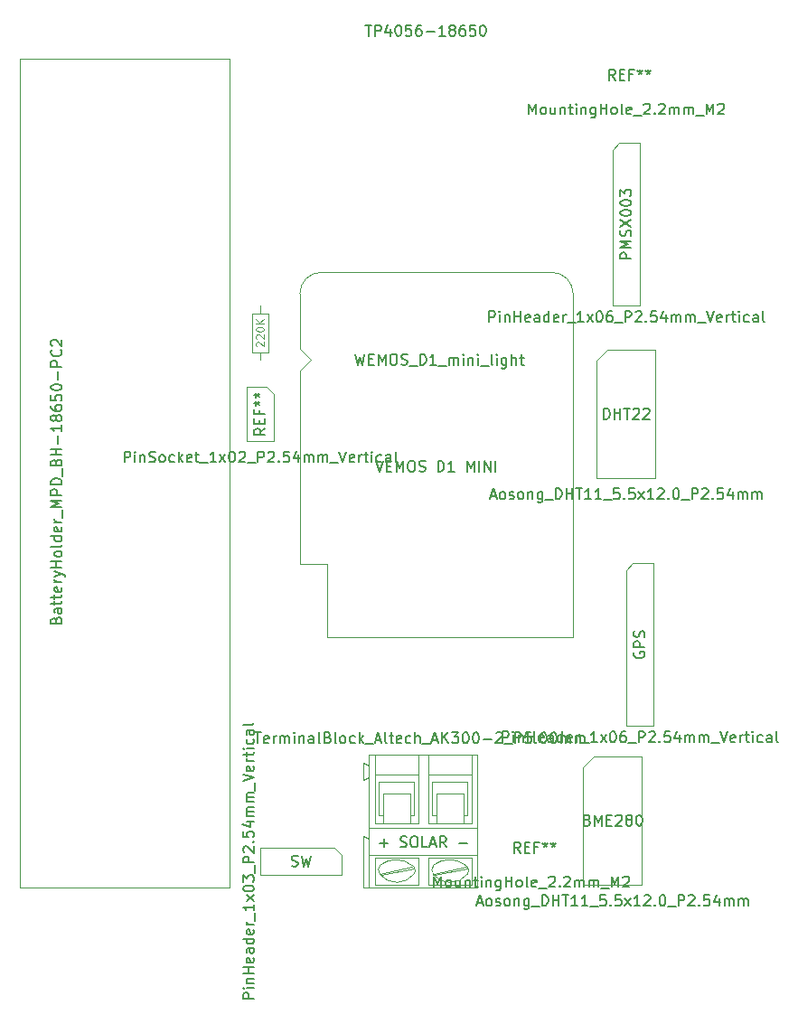
<source format=gbr>
G04 #@! TF.GenerationSoftware,KiCad,Pcbnew,(5.1.4)-1*
G04 #@! TF.CreationDate,2019-10-08T20:05:45+02:00*
G04 #@! TF.ProjectId,weather,77656174-6865-4722-9e6b-696361645f70,rev?*
G04 #@! TF.SameCoordinates,Original*
G04 #@! TF.FileFunction,Other,Fab,Top*
%FSLAX46Y46*%
G04 Gerber Fmt 4.6, Leading zero omitted, Abs format (unit mm)*
G04 Created by KiCad (PCBNEW (5.1.4)-1) date 2019-10-08 20:05:45*
%MOMM*%
%LPD*%
G04 APERTURE LIST*
%ADD10C,0.100000*%
%ADD11C,0.150000*%
%ADD12C,0.108000*%
G04 APERTURE END LIST*
D10*
X153670000Y-67945000D02*
X154305000Y-67310000D01*
X153670000Y-82550000D02*
X153670000Y-67945000D01*
X156210000Y-82550000D02*
X153670000Y-82550000D01*
X156210000Y-67310000D02*
X156210000Y-82550000D01*
X154305000Y-67310000D02*
X156210000Y-67310000D01*
X154940000Y-107315000D02*
X155575000Y-106680000D01*
X154940000Y-121920000D02*
X154940000Y-107315000D01*
X157480000Y-121920000D02*
X154940000Y-121920000D01*
X157480000Y-106680000D02*
X157480000Y-121920000D01*
X155575000Y-106680000D02*
X157480000Y-106680000D01*
X152190000Y-87710000D02*
X153190000Y-86710000D01*
X152190000Y-87710000D02*
X152190000Y-98710000D01*
X157690000Y-98710000D02*
X152190000Y-98710000D01*
X157690000Y-86710000D02*
X157690000Y-98710000D01*
X153190000Y-86710000D02*
X157690000Y-86710000D01*
X119380000Y-95250000D02*
X119380000Y-90170000D01*
X121920000Y-95250000D02*
X119380000Y-95250000D01*
X121920000Y-90805000D02*
X121920000Y-95250000D01*
X121285000Y-90170000D02*
X121920000Y-90805000D01*
X119380000Y-90170000D02*
X121285000Y-90170000D01*
X127635000Y-133350000D02*
X128270000Y-133985000D01*
X120650000Y-133350000D02*
X127635000Y-133350000D01*
X120650000Y-135890000D02*
X120650000Y-133350000D01*
X128270000Y-135890000D02*
X120650000Y-135890000D01*
X128270000Y-133985000D02*
X128270000Y-135890000D01*
X147980000Y-79420000D02*
G75*
G02X149960000Y-81440000I-20000J-2000000D01*
G01*
X124360000Y-81420000D02*
G75*
G02X126360000Y-79420000I2000000J0D01*
G01*
X125360000Y-87630000D02*
X124360000Y-86630000D01*
X124360000Y-88630000D02*
X125360000Y-87630000D01*
X124360000Y-81420000D02*
X124360000Y-86630000D01*
X126900000Y-106720000D02*
X126900000Y-113620000D01*
X124360000Y-106720000D02*
X126900000Y-106720000D01*
X124360000Y-88630000D02*
X124360000Y-106720000D01*
X147960000Y-79420000D02*
X126360000Y-79420000D01*
X149960000Y-113620000D02*
X149960000Y-81420000D01*
X126900000Y-113620000D02*
X149960000Y-113620000D01*
X117800000Y-59430000D02*
X117800000Y-137030000D01*
X117800000Y-137030000D02*
X98100000Y-137030000D01*
X98100000Y-137030000D02*
X98100000Y-59430000D01*
X98100000Y-59430000D02*
X117800000Y-59430000D01*
X150920000Y-125810000D02*
X151920000Y-124810000D01*
X150920000Y-125810000D02*
X150920000Y-136810000D01*
X156420000Y-136810000D02*
X150920000Y-136810000D01*
X156420000Y-124810000D02*
X156420000Y-136810000D01*
X151920000Y-124810000D02*
X156420000Y-124810000D01*
X139992972Y-135868699D02*
G75*
G03X139850000Y-134940000I-432972J408699D01*
G01*
X136890024Y-135881534D02*
G75*
G03X140050000Y-135810000I1549976J1361534D01*
G01*
X139889829Y-134968582D02*
G75*
G03X136900000Y-134930000I-1519829J-1911418D01*
G01*
X136944380Y-134896004D02*
G75*
G03X136900000Y-135860000I455620J-503996D01*
G01*
X134992972Y-135868699D02*
G75*
G03X134850000Y-134940000I-432972J408699D01*
G01*
X131891761Y-135871687D02*
G75*
G03X135040000Y-135810000I1548239J1351687D01*
G01*
X134882333Y-134978263D02*
G75*
G03X131900000Y-134930000I-1522333J-1901737D01*
G01*
X131944468Y-134886005D02*
G75*
G03X131890000Y-135860000I455532J-513995D01*
G01*
X135070000Y-131060000D02*
X131760000Y-131060000D01*
X135450000Y-131060000D02*
X135070000Y-131060000D01*
X131380000Y-131060000D02*
X131760000Y-131060000D01*
X131760000Y-131450000D02*
X135070000Y-131450000D01*
X130820000Y-131450000D02*
X131760000Y-131450000D01*
X136770000Y-131450000D02*
X135070000Y-131450000D01*
X140070000Y-131450000D02*
X136770000Y-131450000D01*
X141010000Y-131450000D02*
X140070000Y-131450000D01*
X136770000Y-131060000D02*
X140070000Y-131060000D01*
X136390000Y-131060000D02*
X136770000Y-131060000D01*
X140450000Y-131060000D02*
X140070000Y-131060000D01*
X139920000Y-135130000D02*
X136870000Y-135760000D01*
X140050000Y-135260000D02*
X136990000Y-135890000D01*
X134910000Y-135130000D02*
X131870000Y-135760000D01*
X135040000Y-135260000D02*
X131990000Y-135890000D01*
X136390000Y-136780000D02*
X140450000Y-136780000D01*
X140450000Y-134240000D02*
X140450000Y-136780000D01*
X136390000Y-134240000D02*
X140450000Y-134240000D01*
X136390000Y-134240000D02*
X136390000Y-136780000D01*
X131380000Y-134240000D02*
X135450000Y-134240000D01*
X131380000Y-136780000D02*
X131380000Y-134240000D01*
X135450000Y-136780000D02*
X131380000Y-136780000D01*
X135450000Y-134240000D02*
X135450000Y-136780000D01*
X130820000Y-133980000D02*
X130820000Y-132460000D01*
X141010000Y-133980000D02*
X141010000Y-137030000D01*
X141010000Y-133980000D02*
X130820000Y-133980000D01*
X130820000Y-131450000D02*
X130820000Y-126750000D01*
X130820000Y-132460000D02*
X130820000Y-131450000D01*
X141010000Y-131450000D02*
X141010000Y-133980000D01*
X141010000Y-124590000D02*
X141010000Y-131450000D01*
X131760000Y-130300000D02*
X132150000Y-130300000D01*
X135070000Y-130300000D02*
X134690000Y-130300000D01*
X136770000Y-130300000D02*
X137150000Y-130300000D01*
X140070000Y-130300000D02*
X139690000Y-130300000D01*
X140070000Y-127130000D02*
X140070000Y-130300000D01*
X136770000Y-127130000D02*
X140070000Y-127130000D01*
X136770000Y-127130000D02*
X136770000Y-130300000D01*
X135070000Y-127130000D02*
X135070000Y-130300000D01*
X131760000Y-127130000D02*
X135070000Y-127130000D01*
X131760000Y-127130000D02*
X131760000Y-130300000D01*
X140450000Y-126490000D02*
X140450000Y-124590000D01*
X136390000Y-126490000D02*
X136390000Y-131060000D01*
X136390000Y-126490000D02*
X140450000Y-126490000D01*
X131380000Y-126490000D02*
X131380000Y-124590000D01*
X135450000Y-126490000D02*
X135450000Y-131060000D01*
X135450000Y-126490000D02*
X131380000Y-126490000D01*
X140450000Y-124590000D02*
X136390000Y-124590000D01*
X141010000Y-124590000D02*
X140450000Y-124590000D01*
X140450000Y-131060000D02*
X140450000Y-126490000D01*
X136390000Y-124590000D02*
X135450000Y-124590000D01*
X136390000Y-124590000D02*
X136390000Y-126490000D01*
X131380000Y-124590000D02*
X130820000Y-124590000D01*
X135450000Y-124590000D02*
X131380000Y-124590000D01*
X131380000Y-131060000D02*
X131380000Y-126490000D01*
X135450000Y-124590000D02*
X135450000Y-126490000D01*
X130320000Y-127000000D02*
X130320000Y-125350000D01*
X130820000Y-126750000D02*
X130820000Y-125600000D01*
X130320000Y-127000000D02*
X130820000Y-126750000D01*
X130820000Y-125600000D02*
X130820000Y-124590000D01*
X130320000Y-125350000D02*
X130820000Y-125600000D01*
X130320000Y-132210000D02*
X130820000Y-132460000D01*
X130320000Y-137030000D02*
X130320000Y-132210000D01*
X130820000Y-137030000D02*
X130320000Y-137030000D01*
X130820000Y-137030000D02*
X141010000Y-137030000D01*
X130820000Y-137030000D02*
X130820000Y-133980000D01*
X134690000Y-128270000D02*
X134690000Y-131060000D01*
X134690000Y-131060000D02*
X132150000Y-131060000D01*
X132150000Y-128270000D02*
X132150000Y-131060000D01*
X134690000Y-128270000D02*
X132150000Y-128270000D01*
X139690000Y-128270000D02*
X139690000Y-131060000D01*
X139690000Y-131060000D02*
X137150000Y-131060000D01*
X137150000Y-128270000D02*
X137150000Y-131060000D01*
X139690000Y-128270000D02*
X137150000Y-128270000D01*
X120650000Y-87630000D02*
X120650000Y-86890000D01*
X120650000Y-82550000D02*
X120650000Y-83290000D01*
X121450000Y-86890000D02*
X121450000Y-83290000D01*
X119850000Y-86890000D02*
X121450000Y-86890000D01*
X119850000Y-83290000D02*
X119850000Y-86890000D01*
X121450000Y-83290000D02*
X119850000Y-83290000D01*
D11*
X142082857Y-84062380D02*
X142082857Y-83062380D01*
X142463809Y-83062380D01*
X142559047Y-83110000D01*
X142606666Y-83157619D01*
X142654285Y-83252857D01*
X142654285Y-83395714D01*
X142606666Y-83490952D01*
X142559047Y-83538571D01*
X142463809Y-83586190D01*
X142082857Y-83586190D01*
X143082857Y-84062380D02*
X143082857Y-83395714D01*
X143082857Y-83062380D02*
X143035238Y-83110000D01*
X143082857Y-83157619D01*
X143130476Y-83110000D01*
X143082857Y-83062380D01*
X143082857Y-83157619D01*
X143559047Y-83395714D02*
X143559047Y-84062380D01*
X143559047Y-83490952D02*
X143606666Y-83443333D01*
X143701904Y-83395714D01*
X143844761Y-83395714D01*
X143940000Y-83443333D01*
X143987619Y-83538571D01*
X143987619Y-84062380D01*
X144463809Y-84062380D02*
X144463809Y-83062380D01*
X144463809Y-83538571D02*
X145035238Y-83538571D01*
X145035238Y-84062380D02*
X145035238Y-83062380D01*
X145892380Y-84014761D02*
X145797142Y-84062380D01*
X145606666Y-84062380D01*
X145511428Y-84014761D01*
X145463809Y-83919523D01*
X145463809Y-83538571D01*
X145511428Y-83443333D01*
X145606666Y-83395714D01*
X145797142Y-83395714D01*
X145892380Y-83443333D01*
X145940000Y-83538571D01*
X145940000Y-83633809D01*
X145463809Y-83729047D01*
X146797142Y-84062380D02*
X146797142Y-83538571D01*
X146749523Y-83443333D01*
X146654285Y-83395714D01*
X146463809Y-83395714D01*
X146368571Y-83443333D01*
X146797142Y-84014761D02*
X146701904Y-84062380D01*
X146463809Y-84062380D01*
X146368571Y-84014761D01*
X146320952Y-83919523D01*
X146320952Y-83824285D01*
X146368571Y-83729047D01*
X146463809Y-83681428D01*
X146701904Y-83681428D01*
X146797142Y-83633809D01*
X147701904Y-84062380D02*
X147701904Y-83062380D01*
X147701904Y-84014761D02*
X147606666Y-84062380D01*
X147416190Y-84062380D01*
X147320952Y-84014761D01*
X147273333Y-83967142D01*
X147225714Y-83871904D01*
X147225714Y-83586190D01*
X147273333Y-83490952D01*
X147320952Y-83443333D01*
X147416190Y-83395714D01*
X147606666Y-83395714D01*
X147701904Y-83443333D01*
X148559047Y-84014761D02*
X148463809Y-84062380D01*
X148273333Y-84062380D01*
X148178095Y-84014761D01*
X148130476Y-83919523D01*
X148130476Y-83538571D01*
X148178095Y-83443333D01*
X148273333Y-83395714D01*
X148463809Y-83395714D01*
X148559047Y-83443333D01*
X148606666Y-83538571D01*
X148606666Y-83633809D01*
X148130476Y-83729047D01*
X149035238Y-84062380D02*
X149035238Y-83395714D01*
X149035238Y-83586190D02*
X149082857Y-83490952D01*
X149130476Y-83443333D01*
X149225714Y-83395714D01*
X149320952Y-83395714D01*
X149416190Y-84157619D02*
X150178095Y-84157619D01*
X150940000Y-84062380D02*
X150368571Y-84062380D01*
X150654285Y-84062380D02*
X150654285Y-83062380D01*
X150559047Y-83205238D01*
X150463809Y-83300476D01*
X150368571Y-83348095D01*
X151273333Y-84062380D02*
X151797142Y-83395714D01*
X151273333Y-83395714D02*
X151797142Y-84062380D01*
X152368571Y-83062380D02*
X152463809Y-83062380D01*
X152559047Y-83110000D01*
X152606666Y-83157619D01*
X152654285Y-83252857D01*
X152701904Y-83443333D01*
X152701904Y-83681428D01*
X152654285Y-83871904D01*
X152606666Y-83967142D01*
X152559047Y-84014761D01*
X152463809Y-84062380D01*
X152368571Y-84062380D01*
X152273333Y-84014761D01*
X152225714Y-83967142D01*
X152178095Y-83871904D01*
X152130476Y-83681428D01*
X152130476Y-83443333D01*
X152178095Y-83252857D01*
X152225714Y-83157619D01*
X152273333Y-83110000D01*
X152368571Y-83062380D01*
X153559047Y-83062380D02*
X153368571Y-83062380D01*
X153273333Y-83110000D01*
X153225714Y-83157619D01*
X153130476Y-83300476D01*
X153082857Y-83490952D01*
X153082857Y-83871904D01*
X153130476Y-83967142D01*
X153178095Y-84014761D01*
X153273333Y-84062380D01*
X153463809Y-84062380D01*
X153559047Y-84014761D01*
X153606666Y-83967142D01*
X153654285Y-83871904D01*
X153654285Y-83633809D01*
X153606666Y-83538571D01*
X153559047Y-83490952D01*
X153463809Y-83443333D01*
X153273333Y-83443333D01*
X153178095Y-83490952D01*
X153130476Y-83538571D01*
X153082857Y-83633809D01*
X153844761Y-84157619D02*
X154606666Y-84157619D01*
X154844761Y-84062380D02*
X154844761Y-83062380D01*
X155225714Y-83062380D01*
X155320952Y-83110000D01*
X155368571Y-83157619D01*
X155416190Y-83252857D01*
X155416190Y-83395714D01*
X155368571Y-83490952D01*
X155320952Y-83538571D01*
X155225714Y-83586190D01*
X154844761Y-83586190D01*
X155797142Y-83157619D02*
X155844761Y-83110000D01*
X155940000Y-83062380D01*
X156178095Y-83062380D01*
X156273333Y-83110000D01*
X156320952Y-83157619D01*
X156368571Y-83252857D01*
X156368571Y-83348095D01*
X156320952Y-83490952D01*
X155749523Y-84062380D01*
X156368571Y-84062380D01*
X156797142Y-83967142D02*
X156844761Y-84014761D01*
X156797142Y-84062380D01*
X156749523Y-84014761D01*
X156797142Y-83967142D01*
X156797142Y-84062380D01*
X157749523Y-83062380D02*
X157273333Y-83062380D01*
X157225714Y-83538571D01*
X157273333Y-83490952D01*
X157368571Y-83443333D01*
X157606666Y-83443333D01*
X157701904Y-83490952D01*
X157749523Y-83538571D01*
X157797142Y-83633809D01*
X157797142Y-83871904D01*
X157749523Y-83967142D01*
X157701904Y-84014761D01*
X157606666Y-84062380D01*
X157368571Y-84062380D01*
X157273333Y-84014761D01*
X157225714Y-83967142D01*
X158654285Y-83395714D02*
X158654285Y-84062380D01*
X158416190Y-83014761D02*
X158178095Y-83729047D01*
X158797142Y-83729047D01*
X159178095Y-84062380D02*
X159178095Y-83395714D01*
X159178095Y-83490952D02*
X159225714Y-83443333D01*
X159320952Y-83395714D01*
X159463809Y-83395714D01*
X159559047Y-83443333D01*
X159606666Y-83538571D01*
X159606666Y-84062380D01*
X159606666Y-83538571D02*
X159654285Y-83443333D01*
X159749523Y-83395714D01*
X159892380Y-83395714D01*
X159987619Y-83443333D01*
X160035238Y-83538571D01*
X160035238Y-84062380D01*
X160511428Y-84062380D02*
X160511428Y-83395714D01*
X160511428Y-83490952D02*
X160559047Y-83443333D01*
X160654285Y-83395714D01*
X160797142Y-83395714D01*
X160892380Y-83443333D01*
X160940000Y-83538571D01*
X160940000Y-84062380D01*
X160940000Y-83538571D02*
X160987619Y-83443333D01*
X161082857Y-83395714D01*
X161225714Y-83395714D01*
X161320952Y-83443333D01*
X161368571Y-83538571D01*
X161368571Y-84062380D01*
X161606666Y-84157619D02*
X162368571Y-84157619D01*
X162463809Y-83062380D02*
X162797142Y-84062380D01*
X163130476Y-83062380D01*
X163844761Y-84014761D02*
X163749523Y-84062380D01*
X163559047Y-84062380D01*
X163463809Y-84014761D01*
X163416190Y-83919523D01*
X163416190Y-83538571D01*
X163463809Y-83443333D01*
X163559047Y-83395714D01*
X163749523Y-83395714D01*
X163844761Y-83443333D01*
X163892380Y-83538571D01*
X163892380Y-83633809D01*
X163416190Y-83729047D01*
X164320952Y-84062380D02*
X164320952Y-83395714D01*
X164320952Y-83586190D02*
X164368571Y-83490952D01*
X164416190Y-83443333D01*
X164511428Y-83395714D01*
X164606666Y-83395714D01*
X164797142Y-83395714D02*
X165178095Y-83395714D01*
X164940000Y-83062380D02*
X164940000Y-83919523D01*
X164987619Y-84014761D01*
X165082857Y-84062380D01*
X165178095Y-84062380D01*
X165511428Y-84062380D02*
X165511428Y-83395714D01*
X165511428Y-83062380D02*
X165463809Y-83110000D01*
X165511428Y-83157619D01*
X165559047Y-83110000D01*
X165511428Y-83062380D01*
X165511428Y-83157619D01*
X166416190Y-84014761D02*
X166320952Y-84062380D01*
X166130476Y-84062380D01*
X166035238Y-84014761D01*
X165987619Y-83967142D01*
X165940000Y-83871904D01*
X165940000Y-83586190D01*
X165987619Y-83490952D01*
X166035238Y-83443333D01*
X166130476Y-83395714D01*
X166320952Y-83395714D01*
X166416190Y-83443333D01*
X167273333Y-84062380D02*
X167273333Y-83538571D01*
X167225714Y-83443333D01*
X167130476Y-83395714D01*
X166940000Y-83395714D01*
X166844761Y-83443333D01*
X167273333Y-84014761D02*
X167178095Y-84062380D01*
X166940000Y-84062380D01*
X166844761Y-84014761D01*
X166797142Y-83919523D01*
X166797142Y-83824285D01*
X166844761Y-83729047D01*
X166940000Y-83681428D01*
X167178095Y-83681428D01*
X167273333Y-83633809D01*
X167892380Y-84062380D02*
X167797142Y-84014761D01*
X167749523Y-83919523D01*
X167749523Y-83062380D01*
X155392380Y-78144285D02*
X154392380Y-78144285D01*
X154392380Y-77763333D01*
X154440000Y-77668095D01*
X154487619Y-77620476D01*
X154582857Y-77572857D01*
X154725714Y-77572857D01*
X154820952Y-77620476D01*
X154868571Y-77668095D01*
X154916190Y-77763333D01*
X154916190Y-78144285D01*
X155392380Y-77144285D02*
X154392380Y-77144285D01*
X155106666Y-76810952D01*
X154392380Y-76477619D01*
X155392380Y-76477619D01*
X155344761Y-76049047D02*
X155392380Y-75906190D01*
X155392380Y-75668095D01*
X155344761Y-75572857D01*
X155297142Y-75525238D01*
X155201904Y-75477619D01*
X155106666Y-75477619D01*
X155011428Y-75525238D01*
X154963809Y-75572857D01*
X154916190Y-75668095D01*
X154868571Y-75858571D01*
X154820952Y-75953809D01*
X154773333Y-76001428D01*
X154678095Y-76049047D01*
X154582857Y-76049047D01*
X154487619Y-76001428D01*
X154440000Y-75953809D01*
X154392380Y-75858571D01*
X154392380Y-75620476D01*
X154440000Y-75477619D01*
X154392380Y-75144285D02*
X155392380Y-74477619D01*
X154392380Y-74477619D02*
X155392380Y-75144285D01*
X154392380Y-73906190D02*
X154392380Y-73810952D01*
X154440000Y-73715714D01*
X154487619Y-73668095D01*
X154582857Y-73620476D01*
X154773333Y-73572857D01*
X155011428Y-73572857D01*
X155201904Y-73620476D01*
X155297142Y-73668095D01*
X155344761Y-73715714D01*
X155392380Y-73810952D01*
X155392380Y-73906190D01*
X155344761Y-74001428D01*
X155297142Y-74049047D01*
X155201904Y-74096666D01*
X155011428Y-74144285D01*
X154773333Y-74144285D01*
X154582857Y-74096666D01*
X154487619Y-74049047D01*
X154440000Y-74001428D01*
X154392380Y-73906190D01*
X154392380Y-72953809D02*
X154392380Y-72858571D01*
X154440000Y-72763333D01*
X154487619Y-72715714D01*
X154582857Y-72668095D01*
X154773333Y-72620476D01*
X155011428Y-72620476D01*
X155201904Y-72668095D01*
X155297142Y-72715714D01*
X155344761Y-72763333D01*
X155392380Y-72858571D01*
X155392380Y-72953809D01*
X155344761Y-73049047D01*
X155297142Y-73096666D01*
X155201904Y-73144285D01*
X155011428Y-73191904D01*
X154773333Y-73191904D01*
X154582857Y-73144285D01*
X154487619Y-73096666D01*
X154440000Y-73049047D01*
X154392380Y-72953809D01*
X154392380Y-72287142D02*
X154392380Y-71668095D01*
X154773333Y-72001428D01*
X154773333Y-71858571D01*
X154820952Y-71763333D01*
X154868571Y-71715714D01*
X154963809Y-71668095D01*
X155201904Y-71668095D01*
X155297142Y-71715714D01*
X155344761Y-71763333D01*
X155392380Y-71858571D01*
X155392380Y-72144285D01*
X155344761Y-72239523D01*
X155297142Y-72287142D01*
X143352857Y-123432380D02*
X143352857Y-122432380D01*
X143733809Y-122432380D01*
X143829047Y-122480000D01*
X143876666Y-122527619D01*
X143924285Y-122622857D01*
X143924285Y-122765714D01*
X143876666Y-122860952D01*
X143829047Y-122908571D01*
X143733809Y-122956190D01*
X143352857Y-122956190D01*
X144352857Y-123432380D02*
X144352857Y-122765714D01*
X144352857Y-122432380D02*
X144305238Y-122480000D01*
X144352857Y-122527619D01*
X144400476Y-122480000D01*
X144352857Y-122432380D01*
X144352857Y-122527619D01*
X144829047Y-122765714D02*
X144829047Y-123432380D01*
X144829047Y-122860952D02*
X144876666Y-122813333D01*
X144971904Y-122765714D01*
X145114761Y-122765714D01*
X145210000Y-122813333D01*
X145257619Y-122908571D01*
X145257619Y-123432380D01*
X145733809Y-123432380D02*
X145733809Y-122432380D01*
X145733809Y-122908571D02*
X146305238Y-122908571D01*
X146305238Y-123432380D02*
X146305238Y-122432380D01*
X147162380Y-123384761D02*
X147067142Y-123432380D01*
X146876666Y-123432380D01*
X146781428Y-123384761D01*
X146733809Y-123289523D01*
X146733809Y-122908571D01*
X146781428Y-122813333D01*
X146876666Y-122765714D01*
X147067142Y-122765714D01*
X147162380Y-122813333D01*
X147210000Y-122908571D01*
X147210000Y-123003809D01*
X146733809Y-123099047D01*
X148067142Y-123432380D02*
X148067142Y-122908571D01*
X148019523Y-122813333D01*
X147924285Y-122765714D01*
X147733809Y-122765714D01*
X147638571Y-122813333D01*
X148067142Y-123384761D02*
X147971904Y-123432380D01*
X147733809Y-123432380D01*
X147638571Y-123384761D01*
X147590952Y-123289523D01*
X147590952Y-123194285D01*
X147638571Y-123099047D01*
X147733809Y-123051428D01*
X147971904Y-123051428D01*
X148067142Y-123003809D01*
X148971904Y-123432380D02*
X148971904Y-122432380D01*
X148971904Y-123384761D02*
X148876666Y-123432380D01*
X148686190Y-123432380D01*
X148590952Y-123384761D01*
X148543333Y-123337142D01*
X148495714Y-123241904D01*
X148495714Y-122956190D01*
X148543333Y-122860952D01*
X148590952Y-122813333D01*
X148686190Y-122765714D01*
X148876666Y-122765714D01*
X148971904Y-122813333D01*
X149829047Y-123384761D02*
X149733809Y-123432380D01*
X149543333Y-123432380D01*
X149448095Y-123384761D01*
X149400476Y-123289523D01*
X149400476Y-122908571D01*
X149448095Y-122813333D01*
X149543333Y-122765714D01*
X149733809Y-122765714D01*
X149829047Y-122813333D01*
X149876666Y-122908571D01*
X149876666Y-123003809D01*
X149400476Y-123099047D01*
X150305238Y-123432380D02*
X150305238Y-122765714D01*
X150305238Y-122956190D02*
X150352857Y-122860952D01*
X150400476Y-122813333D01*
X150495714Y-122765714D01*
X150590952Y-122765714D01*
X150686190Y-123527619D02*
X151448095Y-123527619D01*
X152210000Y-123432380D02*
X151638571Y-123432380D01*
X151924285Y-123432380D02*
X151924285Y-122432380D01*
X151829047Y-122575238D01*
X151733809Y-122670476D01*
X151638571Y-122718095D01*
X152543333Y-123432380D02*
X153067142Y-122765714D01*
X152543333Y-122765714D02*
X153067142Y-123432380D01*
X153638571Y-122432380D02*
X153733809Y-122432380D01*
X153829047Y-122480000D01*
X153876666Y-122527619D01*
X153924285Y-122622857D01*
X153971904Y-122813333D01*
X153971904Y-123051428D01*
X153924285Y-123241904D01*
X153876666Y-123337142D01*
X153829047Y-123384761D01*
X153733809Y-123432380D01*
X153638571Y-123432380D01*
X153543333Y-123384761D01*
X153495714Y-123337142D01*
X153448095Y-123241904D01*
X153400476Y-123051428D01*
X153400476Y-122813333D01*
X153448095Y-122622857D01*
X153495714Y-122527619D01*
X153543333Y-122480000D01*
X153638571Y-122432380D01*
X154829047Y-122432380D02*
X154638571Y-122432380D01*
X154543333Y-122480000D01*
X154495714Y-122527619D01*
X154400476Y-122670476D01*
X154352857Y-122860952D01*
X154352857Y-123241904D01*
X154400476Y-123337142D01*
X154448095Y-123384761D01*
X154543333Y-123432380D01*
X154733809Y-123432380D01*
X154829047Y-123384761D01*
X154876666Y-123337142D01*
X154924285Y-123241904D01*
X154924285Y-123003809D01*
X154876666Y-122908571D01*
X154829047Y-122860952D01*
X154733809Y-122813333D01*
X154543333Y-122813333D01*
X154448095Y-122860952D01*
X154400476Y-122908571D01*
X154352857Y-123003809D01*
X155114761Y-123527619D02*
X155876666Y-123527619D01*
X156114761Y-123432380D02*
X156114761Y-122432380D01*
X156495714Y-122432380D01*
X156590952Y-122480000D01*
X156638571Y-122527619D01*
X156686190Y-122622857D01*
X156686190Y-122765714D01*
X156638571Y-122860952D01*
X156590952Y-122908571D01*
X156495714Y-122956190D01*
X156114761Y-122956190D01*
X157067142Y-122527619D02*
X157114761Y-122480000D01*
X157210000Y-122432380D01*
X157448095Y-122432380D01*
X157543333Y-122480000D01*
X157590952Y-122527619D01*
X157638571Y-122622857D01*
X157638571Y-122718095D01*
X157590952Y-122860952D01*
X157019523Y-123432380D01*
X157638571Y-123432380D01*
X158067142Y-123337142D02*
X158114761Y-123384761D01*
X158067142Y-123432380D01*
X158019523Y-123384761D01*
X158067142Y-123337142D01*
X158067142Y-123432380D01*
X159019523Y-122432380D02*
X158543333Y-122432380D01*
X158495714Y-122908571D01*
X158543333Y-122860952D01*
X158638571Y-122813333D01*
X158876666Y-122813333D01*
X158971904Y-122860952D01*
X159019523Y-122908571D01*
X159067142Y-123003809D01*
X159067142Y-123241904D01*
X159019523Y-123337142D01*
X158971904Y-123384761D01*
X158876666Y-123432380D01*
X158638571Y-123432380D01*
X158543333Y-123384761D01*
X158495714Y-123337142D01*
X159924285Y-122765714D02*
X159924285Y-123432380D01*
X159686190Y-122384761D02*
X159448095Y-123099047D01*
X160067142Y-123099047D01*
X160448095Y-123432380D02*
X160448095Y-122765714D01*
X160448095Y-122860952D02*
X160495714Y-122813333D01*
X160590952Y-122765714D01*
X160733809Y-122765714D01*
X160829047Y-122813333D01*
X160876666Y-122908571D01*
X160876666Y-123432380D01*
X160876666Y-122908571D02*
X160924285Y-122813333D01*
X161019523Y-122765714D01*
X161162380Y-122765714D01*
X161257619Y-122813333D01*
X161305238Y-122908571D01*
X161305238Y-123432380D01*
X161781428Y-123432380D02*
X161781428Y-122765714D01*
X161781428Y-122860952D02*
X161829047Y-122813333D01*
X161924285Y-122765714D01*
X162067142Y-122765714D01*
X162162380Y-122813333D01*
X162210000Y-122908571D01*
X162210000Y-123432380D01*
X162210000Y-122908571D02*
X162257619Y-122813333D01*
X162352857Y-122765714D01*
X162495714Y-122765714D01*
X162590952Y-122813333D01*
X162638571Y-122908571D01*
X162638571Y-123432380D01*
X162876666Y-123527619D02*
X163638571Y-123527619D01*
X163733809Y-122432380D02*
X164067142Y-123432380D01*
X164400476Y-122432380D01*
X165114761Y-123384761D02*
X165019523Y-123432380D01*
X164829047Y-123432380D01*
X164733809Y-123384761D01*
X164686190Y-123289523D01*
X164686190Y-122908571D01*
X164733809Y-122813333D01*
X164829047Y-122765714D01*
X165019523Y-122765714D01*
X165114761Y-122813333D01*
X165162380Y-122908571D01*
X165162380Y-123003809D01*
X164686190Y-123099047D01*
X165590952Y-123432380D02*
X165590952Y-122765714D01*
X165590952Y-122956190D02*
X165638571Y-122860952D01*
X165686190Y-122813333D01*
X165781428Y-122765714D01*
X165876666Y-122765714D01*
X166067142Y-122765714D02*
X166448095Y-122765714D01*
X166210000Y-122432380D02*
X166210000Y-123289523D01*
X166257619Y-123384761D01*
X166352857Y-123432380D01*
X166448095Y-123432380D01*
X166781428Y-123432380D02*
X166781428Y-122765714D01*
X166781428Y-122432380D02*
X166733809Y-122480000D01*
X166781428Y-122527619D01*
X166829047Y-122480000D01*
X166781428Y-122432380D01*
X166781428Y-122527619D01*
X167686190Y-123384761D02*
X167590952Y-123432380D01*
X167400476Y-123432380D01*
X167305238Y-123384761D01*
X167257619Y-123337142D01*
X167210000Y-123241904D01*
X167210000Y-122956190D01*
X167257619Y-122860952D01*
X167305238Y-122813333D01*
X167400476Y-122765714D01*
X167590952Y-122765714D01*
X167686190Y-122813333D01*
X168543333Y-123432380D02*
X168543333Y-122908571D01*
X168495714Y-122813333D01*
X168400476Y-122765714D01*
X168210000Y-122765714D01*
X168114761Y-122813333D01*
X168543333Y-123384761D02*
X168448095Y-123432380D01*
X168210000Y-123432380D01*
X168114761Y-123384761D01*
X168067142Y-123289523D01*
X168067142Y-123194285D01*
X168114761Y-123099047D01*
X168210000Y-123051428D01*
X168448095Y-123051428D01*
X168543333Y-123003809D01*
X169162380Y-123432380D02*
X169067142Y-123384761D01*
X169019523Y-123289523D01*
X169019523Y-122432380D01*
X155710000Y-115014285D02*
X155662380Y-115109523D01*
X155662380Y-115252380D01*
X155710000Y-115395238D01*
X155805238Y-115490476D01*
X155900476Y-115538095D01*
X156090952Y-115585714D01*
X156233809Y-115585714D01*
X156424285Y-115538095D01*
X156519523Y-115490476D01*
X156614761Y-115395238D01*
X156662380Y-115252380D01*
X156662380Y-115157142D01*
X156614761Y-115014285D01*
X156567142Y-114966666D01*
X156233809Y-114966666D01*
X156233809Y-115157142D01*
X156662380Y-114538095D02*
X155662380Y-114538095D01*
X155662380Y-114157142D01*
X155710000Y-114061904D01*
X155757619Y-114014285D01*
X155852857Y-113966666D01*
X155995714Y-113966666D01*
X156090952Y-114014285D01*
X156138571Y-114061904D01*
X156186190Y-114157142D01*
X156186190Y-114538095D01*
X156614761Y-113585714D02*
X156662380Y-113442857D01*
X156662380Y-113204761D01*
X156614761Y-113109523D01*
X156567142Y-113061904D01*
X156471904Y-113014285D01*
X156376666Y-113014285D01*
X156281428Y-113061904D01*
X156233809Y-113109523D01*
X156186190Y-113204761D01*
X156138571Y-113395238D01*
X156090952Y-113490476D01*
X156043333Y-113538095D01*
X155948095Y-113585714D01*
X155852857Y-113585714D01*
X155757619Y-113538095D01*
X155710000Y-113490476D01*
X155662380Y-113395238D01*
X155662380Y-113157142D01*
X155710000Y-113014285D01*
X142225714Y-100366666D02*
X142701904Y-100366666D01*
X142130476Y-100652380D02*
X142463809Y-99652380D01*
X142797142Y-100652380D01*
X143273333Y-100652380D02*
X143178095Y-100604761D01*
X143130476Y-100557142D01*
X143082857Y-100461904D01*
X143082857Y-100176190D01*
X143130476Y-100080952D01*
X143178095Y-100033333D01*
X143273333Y-99985714D01*
X143416190Y-99985714D01*
X143511428Y-100033333D01*
X143559047Y-100080952D01*
X143606666Y-100176190D01*
X143606666Y-100461904D01*
X143559047Y-100557142D01*
X143511428Y-100604761D01*
X143416190Y-100652380D01*
X143273333Y-100652380D01*
X143987619Y-100604761D02*
X144082857Y-100652380D01*
X144273333Y-100652380D01*
X144368571Y-100604761D01*
X144416190Y-100509523D01*
X144416190Y-100461904D01*
X144368571Y-100366666D01*
X144273333Y-100319047D01*
X144130476Y-100319047D01*
X144035238Y-100271428D01*
X143987619Y-100176190D01*
X143987619Y-100128571D01*
X144035238Y-100033333D01*
X144130476Y-99985714D01*
X144273333Y-99985714D01*
X144368571Y-100033333D01*
X144987619Y-100652380D02*
X144892380Y-100604761D01*
X144844761Y-100557142D01*
X144797142Y-100461904D01*
X144797142Y-100176190D01*
X144844761Y-100080952D01*
X144892380Y-100033333D01*
X144987619Y-99985714D01*
X145130476Y-99985714D01*
X145225714Y-100033333D01*
X145273333Y-100080952D01*
X145320952Y-100176190D01*
X145320952Y-100461904D01*
X145273333Y-100557142D01*
X145225714Y-100604761D01*
X145130476Y-100652380D01*
X144987619Y-100652380D01*
X145749523Y-99985714D02*
X145749523Y-100652380D01*
X145749523Y-100080952D02*
X145797142Y-100033333D01*
X145892380Y-99985714D01*
X146035238Y-99985714D01*
X146130476Y-100033333D01*
X146178095Y-100128571D01*
X146178095Y-100652380D01*
X147082857Y-99985714D02*
X147082857Y-100795238D01*
X147035238Y-100890476D01*
X146987619Y-100938095D01*
X146892380Y-100985714D01*
X146749523Y-100985714D01*
X146654285Y-100938095D01*
X147082857Y-100604761D02*
X146987619Y-100652380D01*
X146797142Y-100652380D01*
X146701904Y-100604761D01*
X146654285Y-100557142D01*
X146606666Y-100461904D01*
X146606666Y-100176190D01*
X146654285Y-100080952D01*
X146701904Y-100033333D01*
X146797142Y-99985714D01*
X146987619Y-99985714D01*
X147082857Y-100033333D01*
X147320952Y-100747619D02*
X148082857Y-100747619D01*
X148320952Y-100652380D02*
X148320952Y-99652380D01*
X148559047Y-99652380D01*
X148701904Y-99700000D01*
X148797142Y-99795238D01*
X148844761Y-99890476D01*
X148892380Y-100080952D01*
X148892380Y-100223809D01*
X148844761Y-100414285D01*
X148797142Y-100509523D01*
X148701904Y-100604761D01*
X148559047Y-100652380D01*
X148320952Y-100652380D01*
X149320952Y-100652380D02*
X149320952Y-99652380D01*
X149320952Y-100128571D02*
X149892380Y-100128571D01*
X149892380Y-100652380D02*
X149892380Y-99652380D01*
X150225714Y-99652380D02*
X150797142Y-99652380D01*
X150511428Y-100652380D02*
X150511428Y-99652380D01*
X151654285Y-100652380D02*
X151082857Y-100652380D01*
X151368571Y-100652380D02*
X151368571Y-99652380D01*
X151273333Y-99795238D01*
X151178095Y-99890476D01*
X151082857Y-99938095D01*
X152606666Y-100652380D02*
X152035238Y-100652380D01*
X152320952Y-100652380D02*
X152320952Y-99652380D01*
X152225714Y-99795238D01*
X152130476Y-99890476D01*
X152035238Y-99938095D01*
X152797142Y-100747619D02*
X153559047Y-100747619D01*
X154273333Y-99652380D02*
X153797142Y-99652380D01*
X153749523Y-100128571D01*
X153797142Y-100080952D01*
X153892380Y-100033333D01*
X154130476Y-100033333D01*
X154225714Y-100080952D01*
X154273333Y-100128571D01*
X154320952Y-100223809D01*
X154320952Y-100461904D01*
X154273333Y-100557142D01*
X154225714Y-100604761D01*
X154130476Y-100652380D01*
X153892380Y-100652380D01*
X153797142Y-100604761D01*
X153749523Y-100557142D01*
X154749523Y-100557142D02*
X154797142Y-100604761D01*
X154749523Y-100652380D01*
X154701904Y-100604761D01*
X154749523Y-100557142D01*
X154749523Y-100652380D01*
X155701904Y-99652380D02*
X155225714Y-99652380D01*
X155178095Y-100128571D01*
X155225714Y-100080952D01*
X155320952Y-100033333D01*
X155559047Y-100033333D01*
X155654285Y-100080952D01*
X155701904Y-100128571D01*
X155749523Y-100223809D01*
X155749523Y-100461904D01*
X155701904Y-100557142D01*
X155654285Y-100604761D01*
X155559047Y-100652380D01*
X155320952Y-100652380D01*
X155225714Y-100604761D01*
X155178095Y-100557142D01*
X156082857Y-100652380D02*
X156606666Y-99985714D01*
X156082857Y-99985714D02*
X156606666Y-100652380D01*
X157511428Y-100652380D02*
X156940000Y-100652380D01*
X157225714Y-100652380D02*
X157225714Y-99652380D01*
X157130476Y-99795238D01*
X157035238Y-99890476D01*
X156940000Y-99938095D01*
X157892380Y-99747619D02*
X157940000Y-99700000D01*
X158035238Y-99652380D01*
X158273333Y-99652380D01*
X158368571Y-99700000D01*
X158416190Y-99747619D01*
X158463809Y-99842857D01*
X158463809Y-99938095D01*
X158416190Y-100080952D01*
X157844761Y-100652380D01*
X158463809Y-100652380D01*
X158892380Y-100557142D02*
X158940000Y-100604761D01*
X158892380Y-100652380D01*
X158844761Y-100604761D01*
X158892380Y-100557142D01*
X158892380Y-100652380D01*
X159559047Y-99652380D02*
X159654285Y-99652380D01*
X159749523Y-99700000D01*
X159797142Y-99747619D01*
X159844761Y-99842857D01*
X159892380Y-100033333D01*
X159892380Y-100271428D01*
X159844761Y-100461904D01*
X159797142Y-100557142D01*
X159749523Y-100604761D01*
X159654285Y-100652380D01*
X159559047Y-100652380D01*
X159463809Y-100604761D01*
X159416190Y-100557142D01*
X159368571Y-100461904D01*
X159320952Y-100271428D01*
X159320952Y-100033333D01*
X159368571Y-99842857D01*
X159416190Y-99747619D01*
X159463809Y-99700000D01*
X159559047Y-99652380D01*
X160082857Y-100747619D02*
X160844761Y-100747619D01*
X161082857Y-100652380D02*
X161082857Y-99652380D01*
X161463809Y-99652380D01*
X161559047Y-99700000D01*
X161606666Y-99747619D01*
X161654285Y-99842857D01*
X161654285Y-99985714D01*
X161606666Y-100080952D01*
X161559047Y-100128571D01*
X161463809Y-100176190D01*
X161082857Y-100176190D01*
X162035238Y-99747619D02*
X162082857Y-99700000D01*
X162178095Y-99652380D01*
X162416190Y-99652380D01*
X162511428Y-99700000D01*
X162559047Y-99747619D01*
X162606666Y-99842857D01*
X162606666Y-99938095D01*
X162559047Y-100080952D01*
X161987619Y-100652380D01*
X162606666Y-100652380D01*
X163035238Y-100557142D02*
X163082857Y-100604761D01*
X163035238Y-100652380D01*
X162987619Y-100604761D01*
X163035238Y-100557142D01*
X163035238Y-100652380D01*
X163987619Y-99652380D02*
X163511428Y-99652380D01*
X163463809Y-100128571D01*
X163511428Y-100080952D01*
X163606666Y-100033333D01*
X163844761Y-100033333D01*
X163940000Y-100080952D01*
X163987619Y-100128571D01*
X164035238Y-100223809D01*
X164035238Y-100461904D01*
X163987619Y-100557142D01*
X163940000Y-100604761D01*
X163844761Y-100652380D01*
X163606666Y-100652380D01*
X163511428Y-100604761D01*
X163463809Y-100557142D01*
X164892380Y-99985714D02*
X164892380Y-100652380D01*
X164654285Y-99604761D02*
X164416190Y-100319047D01*
X165035238Y-100319047D01*
X165416190Y-100652380D02*
X165416190Y-99985714D01*
X165416190Y-100080952D02*
X165463809Y-100033333D01*
X165559047Y-99985714D01*
X165701904Y-99985714D01*
X165797142Y-100033333D01*
X165844761Y-100128571D01*
X165844761Y-100652380D01*
X165844761Y-100128571D02*
X165892380Y-100033333D01*
X165987619Y-99985714D01*
X166130476Y-99985714D01*
X166225714Y-100033333D01*
X166273333Y-100128571D01*
X166273333Y-100652380D01*
X166749523Y-100652380D02*
X166749523Y-99985714D01*
X166749523Y-100080952D02*
X166797142Y-100033333D01*
X166892380Y-99985714D01*
X167035238Y-99985714D01*
X167130476Y-100033333D01*
X167178095Y-100128571D01*
X167178095Y-100652380D01*
X167178095Y-100128571D02*
X167225714Y-100033333D01*
X167320952Y-99985714D01*
X167463809Y-99985714D01*
X167559047Y-100033333D01*
X167606666Y-100128571D01*
X167606666Y-100652380D01*
X152820952Y-93162380D02*
X152820952Y-92162380D01*
X153059047Y-92162380D01*
X153201904Y-92210000D01*
X153297142Y-92305238D01*
X153344761Y-92400476D01*
X153392380Y-92590952D01*
X153392380Y-92733809D01*
X153344761Y-92924285D01*
X153297142Y-93019523D01*
X153201904Y-93114761D01*
X153059047Y-93162380D01*
X152820952Y-93162380D01*
X153820952Y-93162380D02*
X153820952Y-92162380D01*
X153820952Y-92638571D02*
X154392380Y-92638571D01*
X154392380Y-93162380D02*
X154392380Y-92162380D01*
X154725714Y-92162380D02*
X155297142Y-92162380D01*
X155011428Y-93162380D02*
X155011428Y-92162380D01*
X155582857Y-92257619D02*
X155630476Y-92210000D01*
X155725714Y-92162380D01*
X155963809Y-92162380D01*
X156059047Y-92210000D01*
X156106666Y-92257619D01*
X156154285Y-92352857D01*
X156154285Y-92448095D01*
X156106666Y-92590952D01*
X155535238Y-93162380D01*
X156154285Y-93162380D01*
X156535238Y-92257619D02*
X156582857Y-92210000D01*
X156678095Y-92162380D01*
X156916190Y-92162380D01*
X157011428Y-92210000D01*
X157059047Y-92257619D01*
X157106666Y-92352857D01*
X157106666Y-92448095D01*
X157059047Y-92590952D01*
X156487619Y-93162380D01*
X157106666Y-93162380D01*
X136930952Y-137002380D02*
X136930952Y-136002380D01*
X137264285Y-136716666D01*
X137597619Y-136002380D01*
X137597619Y-137002380D01*
X138216666Y-137002380D02*
X138121428Y-136954761D01*
X138073809Y-136907142D01*
X138026190Y-136811904D01*
X138026190Y-136526190D01*
X138073809Y-136430952D01*
X138121428Y-136383333D01*
X138216666Y-136335714D01*
X138359523Y-136335714D01*
X138454761Y-136383333D01*
X138502380Y-136430952D01*
X138550000Y-136526190D01*
X138550000Y-136811904D01*
X138502380Y-136907142D01*
X138454761Y-136954761D01*
X138359523Y-137002380D01*
X138216666Y-137002380D01*
X139407142Y-136335714D02*
X139407142Y-137002380D01*
X138978571Y-136335714D02*
X138978571Y-136859523D01*
X139026190Y-136954761D01*
X139121428Y-137002380D01*
X139264285Y-137002380D01*
X139359523Y-136954761D01*
X139407142Y-136907142D01*
X139883333Y-136335714D02*
X139883333Y-137002380D01*
X139883333Y-136430952D02*
X139930952Y-136383333D01*
X140026190Y-136335714D01*
X140169047Y-136335714D01*
X140264285Y-136383333D01*
X140311904Y-136478571D01*
X140311904Y-137002380D01*
X140645238Y-136335714D02*
X141026190Y-136335714D01*
X140788095Y-136002380D02*
X140788095Y-136859523D01*
X140835714Y-136954761D01*
X140930952Y-137002380D01*
X141026190Y-137002380D01*
X141359523Y-137002380D02*
X141359523Y-136335714D01*
X141359523Y-136002380D02*
X141311904Y-136050000D01*
X141359523Y-136097619D01*
X141407142Y-136050000D01*
X141359523Y-136002380D01*
X141359523Y-136097619D01*
X141835714Y-136335714D02*
X141835714Y-137002380D01*
X141835714Y-136430952D02*
X141883333Y-136383333D01*
X141978571Y-136335714D01*
X142121428Y-136335714D01*
X142216666Y-136383333D01*
X142264285Y-136478571D01*
X142264285Y-137002380D01*
X143169047Y-136335714D02*
X143169047Y-137145238D01*
X143121428Y-137240476D01*
X143073809Y-137288095D01*
X142978571Y-137335714D01*
X142835714Y-137335714D01*
X142740476Y-137288095D01*
X143169047Y-136954761D02*
X143073809Y-137002380D01*
X142883333Y-137002380D01*
X142788095Y-136954761D01*
X142740476Y-136907142D01*
X142692857Y-136811904D01*
X142692857Y-136526190D01*
X142740476Y-136430952D01*
X142788095Y-136383333D01*
X142883333Y-136335714D01*
X143073809Y-136335714D01*
X143169047Y-136383333D01*
X143645238Y-137002380D02*
X143645238Y-136002380D01*
X143645238Y-136478571D02*
X144216666Y-136478571D01*
X144216666Y-137002380D02*
X144216666Y-136002380D01*
X144835714Y-137002380D02*
X144740476Y-136954761D01*
X144692857Y-136907142D01*
X144645238Y-136811904D01*
X144645238Y-136526190D01*
X144692857Y-136430952D01*
X144740476Y-136383333D01*
X144835714Y-136335714D01*
X144978571Y-136335714D01*
X145073809Y-136383333D01*
X145121428Y-136430952D01*
X145169047Y-136526190D01*
X145169047Y-136811904D01*
X145121428Y-136907142D01*
X145073809Y-136954761D01*
X144978571Y-137002380D01*
X144835714Y-137002380D01*
X145740476Y-137002380D02*
X145645238Y-136954761D01*
X145597619Y-136859523D01*
X145597619Y-136002380D01*
X146502380Y-136954761D02*
X146407142Y-137002380D01*
X146216666Y-137002380D01*
X146121428Y-136954761D01*
X146073809Y-136859523D01*
X146073809Y-136478571D01*
X146121428Y-136383333D01*
X146216666Y-136335714D01*
X146407142Y-136335714D01*
X146502380Y-136383333D01*
X146550000Y-136478571D01*
X146550000Y-136573809D01*
X146073809Y-136669047D01*
X146740476Y-137097619D02*
X147502380Y-137097619D01*
X147692857Y-136097619D02*
X147740476Y-136050000D01*
X147835714Y-136002380D01*
X148073809Y-136002380D01*
X148169047Y-136050000D01*
X148216666Y-136097619D01*
X148264285Y-136192857D01*
X148264285Y-136288095D01*
X148216666Y-136430952D01*
X147645238Y-137002380D01*
X148264285Y-137002380D01*
X148692857Y-136907142D02*
X148740476Y-136954761D01*
X148692857Y-137002380D01*
X148645238Y-136954761D01*
X148692857Y-136907142D01*
X148692857Y-137002380D01*
X149121428Y-136097619D02*
X149169047Y-136050000D01*
X149264285Y-136002380D01*
X149502380Y-136002380D01*
X149597619Y-136050000D01*
X149645238Y-136097619D01*
X149692857Y-136192857D01*
X149692857Y-136288095D01*
X149645238Y-136430952D01*
X149073809Y-137002380D01*
X149692857Y-137002380D01*
X150121428Y-137002380D02*
X150121428Y-136335714D01*
X150121428Y-136430952D02*
X150169047Y-136383333D01*
X150264285Y-136335714D01*
X150407142Y-136335714D01*
X150502380Y-136383333D01*
X150550000Y-136478571D01*
X150550000Y-137002380D01*
X150550000Y-136478571D02*
X150597619Y-136383333D01*
X150692857Y-136335714D01*
X150835714Y-136335714D01*
X150930952Y-136383333D01*
X150978571Y-136478571D01*
X150978571Y-137002380D01*
X151454761Y-137002380D02*
X151454761Y-136335714D01*
X151454761Y-136430952D02*
X151502380Y-136383333D01*
X151597619Y-136335714D01*
X151740476Y-136335714D01*
X151835714Y-136383333D01*
X151883333Y-136478571D01*
X151883333Y-137002380D01*
X151883333Y-136478571D02*
X151930952Y-136383333D01*
X152026190Y-136335714D01*
X152169047Y-136335714D01*
X152264285Y-136383333D01*
X152311904Y-136478571D01*
X152311904Y-137002380D01*
X152550000Y-137097619D02*
X153311904Y-137097619D01*
X153550000Y-137002380D02*
X153550000Y-136002380D01*
X153883333Y-136716666D01*
X154216666Y-136002380D01*
X154216666Y-137002380D01*
X154645238Y-136097619D02*
X154692857Y-136050000D01*
X154788095Y-136002380D01*
X155026190Y-136002380D01*
X155121428Y-136050000D01*
X155169047Y-136097619D01*
X155216666Y-136192857D01*
X155216666Y-136288095D01*
X155169047Y-136430952D01*
X154597619Y-137002380D01*
X155216666Y-137002380D01*
X145016666Y-133802380D02*
X144683333Y-133326190D01*
X144445238Y-133802380D02*
X144445238Y-132802380D01*
X144826190Y-132802380D01*
X144921428Y-132850000D01*
X144969047Y-132897619D01*
X145016666Y-132992857D01*
X145016666Y-133135714D01*
X144969047Y-133230952D01*
X144921428Y-133278571D01*
X144826190Y-133326190D01*
X144445238Y-133326190D01*
X145445238Y-133278571D02*
X145778571Y-133278571D01*
X145921428Y-133802380D02*
X145445238Y-133802380D01*
X145445238Y-132802380D01*
X145921428Y-132802380D01*
X146683333Y-133278571D02*
X146350000Y-133278571D01*
X146350000Y-133802380D02*
X146350000Y-132802380D01*
X146826190Y-132802380D01*
X147350000Y-132802380D02*
X147350000Y-133040476D01*
X147111904Y-132945238D02*
X147350000Y-133040476D01*
X147588095Y-132945238D01*
X147207142Y-133230952D02*
X147350000Y-133040476D01*
X147492857Y-133230952D01*
X148111904Y-132802380D02*
X148111904Y-133040476D01*
X147873809Y-132945238D02*
X148111904Y-133040476D01*
X148350000Y-132945238D01*
X147969047Y-133230952D02*
X148111904Y-133040476D01*
X148254761Y-133230952D01*
X145820952Y-64612380D02*
X145820952Y-63612380D01*
X146154285Y-64326666D01*
X146487619Y-63612380D01*
X146487619Y-64612380D01*
X147106666Y-64612380D02*
X147011428Y-64564761D01*
X146963809Y-64517142D01*
X146916190Y-64421904D01*
X146916190Y-64136190D01*
X146963809Y-64040952D01*
X147011428Y-63993333D01*
X147106666Y-63945714D01*
X147249523Y-63945714D01*
X147344761Y-63993333D01*
X147392380Y-64040952D01*
X147440000Y-64136190D01*
X147440000Y-64421904D01*
X147392380Y-64517142D01*
X147344761Y-64564761D01*
X147249523Y-64612380D01*
X147106666Y-64612380D01*
X148297142Y-63945714D02*
X148297142Y-64612380D01*
X147868571Y-63945714D02*
X147868571Y-64469523D01*
X147916190Y-64564761D01*
X148011428Y-64612380D01*
X148154285Y-64612380D01*
X148249523Y-64564761D01*
X148297142Y-64517142D01*
X148773333Y-63945714D02*
X148773333Y-64612380D01*
X148773333Y-64040952D02*
X148820952Y-63993333D01*
X148916190Y-63945714D01*
X149059047Y-63945714D01*
X149154285Y-63993333D01*
X149201904Y-64088571D01*
X149201904Y-64612380D01*
X149535238Y-63945714D02*
X149916190Y-63945714D01*
X149678095Y-63612380D02*
X149678095Y-64469523D01*
X149725714Y-64564761D01*
X149820952Y-64612380D01*
X149916190Y-64612380D01*
X150249523Y-64612380D02*
X150249523Y-63945714D01*
X150249523Y-63612380D02*
X150201904Y-63660000D01*
X150249523Y-63707619D01*
X150297142Y-63660000D01*
X150249523Y-63612380D01*
X150249523Y-63707619D01*
X150725714Y-63945714D02*
X150725714Y-64612380D01*
X150725714Y-64040952D02*
X150773333Y-63993333D01*
X150868571Y-63945714D01*
X151011428Y-63945714D01*
X151106666Y-63993333D01*
X151154285Y-64088571D01*
X151154285Y-64612380D01*
X152059047Y-63945714D02*
X152059047Y-64755238D01*
X152011428Y-64850476D01*
X151963809Y-64898095D01*
X151868571Y-64945714D01*
X151725714Y-64945714D01*
X151630476Y-64898095D01*
X152059047Y-64564761D02*
X151963809Y-64612380D01*
X151773333Y-64612380D01*
X151678095Y-64564761D01*
X151630476Y-64517142D01*
X151582857Y-64421904D01*
X151582857Y-64136190D01*
X151630476Y-64040952D01*
X151678095Y-63993333D01*
X151773333Y-63945714D01*
X151963809Y-63945714D01*
X152059047Y-63993333D01*
X152535238Y-64612380D02*
X152535238Y-63612380D01*
X152535238Y-64088571D02*
X153106666Y-64088571D01*
X153106666Y-64612380D02*
X153106666Y-63612380D01*
X153725714Y-64612380D02*
X153630476Y-64564761D01*
X153582857Y-64517142D01*
X153535238Y-64421904D01*
X153535238Y-64136190D01*
X153582857Y-64040952D01*
X153630476Y-63993333D01*
X153725714Y-63945714D01*
X153868571Y-63945714D01*
X153963809Y-63993333D01*
X154011428Y-64040952D01*
X154059047Y-64136190D01*
X154059047Y-64421904D01*
X154011428Y-64517142D01*
X153963809Y-64564761D01*
X153868571Y-64612380D01*
X153725714Y-64612380D01*
X154630476Y-64612380D02*
X154535238Y-64564761D01*
X154487619Y-64469523D01*
X154487619Y-63612380D01*
X155392380Y-64564761D02*
X155297142Y-64612380D01*
X155106666Y-64612380D01*
X155011428Y-64564761D01*
X154963809Y-64469523D01*
X154963809Y-64088571D01*
X155011428Y-63993333D01*
X155106666Y-63945714D01*
X155297142Y-63945714D01*
X155392380Y-63993333D01*
X155440000Y-64088571D01*
X155440000Y-64183809D01*
X154963809Y-64279047D01*
X155630476Y-64707619D02*
X156392380Y-64707619D01*
X156582857Y-63707619D02*
X156630476Y-63660000D01*
X156725714Y-63612380D01*
X156963809Y-63612380D01*
X157059047Y-63660000D01*
X157106666Y-63707619D01*
X157154285Y-63802857D01*
X157154285Y-63898095D01*
X157106666Y-64040952D01*
X156535238Y-64612380D01*
X157154285Y-64612380D01*
X157582857Y-64517142D02*
X157630476Y-64564761D01*
X157582857Y-64612380D01*
X157535238Y-64564761D01*
X157582857Y-64517142D01*
X157582857Y-64612380D01*
X158011428Y-63707619D02*
X158059047Y-63660000D01*
X158154285Y-63612380D01*
X158392380Y-63612380D01*
X158487619Y-63660000D01*
X158535238Y-63707619D01*
X158582857Y-63802857D01*
X158582857Y-63898095D01*
X158535238Y-64040952D01*
X157963809Y-64612380D01*
X158582857Y-64612380D01*
X159011428Y-64612380D02*
X159011428Y-63945714D01*
X159011428Y-64040952D02*
X159059047Y-63993333D01*
X159154285Y-63945714D01*
X159297142Y-63945714D01*
X159392380Y-63993333D01*
X159440000Y-64088571D01*
X159440000Y-64612380D01*
X159440000Y-64088571D02*
X159487619Y-63993333D01*
X159582857Y-63945714D01*
X159725714Y-63945714D01*
X159820952Y-63993333D01*
X159868571Y-64088571D01*
X159868571Y-64612380D01*
X160344761Y-64612380D02*
X160344761Y-63945714D01*
X160344761Y-64040952D02*
X160392380Y-63993333D01*
X160487619Y-63945714D01*
X160630476Y-63945714D01*
X160725714Y-63993333D01*
X160773333Y-64088571D01*
X160773333Y-64612380D01*
X160773333Y-64088571D02*
X160820952Y-63993333D01*
X160916190Y-63945714D01*
X161059047Y-63945714D01*
X161154285Y-63993333D01*
X161201904Y-64088571D01*
X161201904Y-64612380D01*
X161440000Y-64707619D02*
X162201904Y-64707619D01*
X162440000Y-64612380D02*
X162440000Y-63612380D01*
X162773333Y-64326666D01*
X163106666Y-63612380D01*
X163106666Y-64612380D01*
X163535238Y-63707619D02*
X163582857Y-63660000D01*
X163678095Y-63612380D01*
X163916190Y-63612380D01*
X164011428Y-63660000D01*
X164059047Y-63707619D01*
X164106666Y-63802857D01*
X164106666Y-63898095D01*
X164059047Y-64040952D01*
X163487619Y-64612380D01*
X164106666Y-64612380D01*
X153906666Y-61412380D02*
X153573333Y-60936190D01*
X153335238Y-61412380D02*
X153335238Y-60412380D01*
X153716190Y-60412380D01*
X153811428Y-60460000D01*
X153859047Y-60507619D01*
X153906666Y-60602857D01*
X153906666Y-60745714D01*
X153859047Y-60840952D01*
X153811428Y-60888571D01*
X153716190Y-60936190D01*
X153335238Y-60936190D01*
X154335238Y-60888571D02*
X154668571Y-60888571D01*
X154811428Y-61412380D02*
X154335238Y-61412380D01*
X154335238Y-60412380D01*
X154811428Y-60412380D01*
X155573333Y-60888571D02*
X155240000Y-60888571D01*
X155240000Y-61412380D02*
X155240000Y-60412380D01*
X155716190Y-60412380D01*
X156240000Y-60412380D02*
X156240000Y-60650476D01*
X156001904Y-60555238D02*
X156240000Y-60650476D01*
X156478095Y-60555238D01*
X156097142Y-60840952D02*
X156240000Y-60650476D01*
X156382857Y-60840952D01*
X157001904Y-60412380D02*
X157001904Y-60650476D01*
X156763809Y-60555238D02*
X157001904Y-60650476D01*
X157240000Y-60555238D01*
X156859047Y-60840952D02*
X157001904Y-60650476D01*
X157144761Y-60840952D01*
X107911904Y-97202380D02*
X107911904Y-96202380D01*
X108292857Y-96202380D01*
X108388095Y-96250000D01*
X108435714Y-96297619D01*
X108483333Y-96392857D01*
X108483333Y-96535714D01*
X108435714Y-96630952D01*
X108388095Y-96678571D01*
X108292857Y-96726190D01*
X107911904Y-96726190D01*
X108911904Y-97202380D02*
X108911904Y-96535714D01*
X108911904Y-96202380D02*
X108864285Y-96250000D01*
X108911904Y-96297619D01*
X108959523Y-96250000D01*
X108911904Y-96202380D01*
X108911904Y-96297619D01*
X109388095Y-96535714D02*
X109388095Y-97202380D01*
X109388095Y-96630952D02*
X109435714Y-96583333D01*
X109530952Y-96535714D01*
X109673809Y-96535714D01*
X109769047Y-96583333D01*
X109816666Y-96678571D01*
X109816666Y-97202380D01*
X110245238Y-97154761D02*
X110388095Y-97202380D01*
X110626190Y-97202380D01*
X110721428Y-97154761D01*
X110769047Y-97107142D01*
X110816666Y-97011904D01*
X110816666Y-96916666D01*
X110769047Y-96821428D01*
X110721428Y-96773809D01*
X110626190Y-96726190D01*
X110435714Y-96678571D01*
X110340476Y-96630952D01*
X110292857Y-96583333D01*
X110245238Y-96488095D01*
X110245238Y-96392857D01*
X110292857Y-96297619D01*
X110340476Y-96250000D01*
X110435714Y-96202380D01*
X110673809Y-96202380D01*
X110816666Y-96250000D01*
X111388095Y-97202380D02*
X111292857Y-97154761D01*
X111245238Y-97107142D01*
X111197619Y-97011904D01*
X111197619Y-96726190D01*
X111245238Y-96630952D01*
X111292857Y-96583333D01*
X111388095Y-96535714D01*
X111530952Y-96535714D01*
X111626190Y-96583333D01*
X111673809Y-96630952D01*
X111721428Y-96726190D01*
X111721428Y-97011904D01*
X111673809Y-97107142D01*
X111626190Y-97154761D01*
X111530952Y-97202380D01*
X111388095Y-97202380D01*
X112578571Y-97154761D02*
X112483333Y-97202380D01*
X112292857Y-97202380D01*
X112197619Y-97154761D01*
X112150000Y-97107142D01*
X112102380Y-97011904D01*
X112102380Y-96726190D01*
X112150000Y-96630952D01*
X112197619Y-96583333D01*
X112292857Y-96535714D01*
X112483333Y-96535714D01*
X112578571Y-96583333D01*
X113007142Y-97202380D02*
X113007142Y-96202380D01*
X113102380Y-96821428D02*
X113388095Y-97202380D01*
X113388095Y-96535714D02*
X113007142Y-96916666D01*
X114197619Y-97154761D02*
X114102380Y-97202380D01*
X113911904Y-97202380D01*
X113816666Y-97154761D01*
X113769047Y-97059523D01*
X113769047Y-96678571D01*
X113816666Y-96583333D01*
X113911904Y-96535714D01*
X114102380Y-96535714D01*
X114197619Y-96583333D01*
X114245238Y-96678571D01*
X114245238Y-96773809D01*
X113769047Y-96869047D01*
X114530952Y-96535714D02*
X114911904Y-96535714D01*
X114673809Y-96202380D02*
X114673809Y-97059523D01*
X114721428Y-97154761D01*
X114816666Y-97202380D01*
X114911904Y-97202380D01*
X115007142Y-97297619D02*
X115769047Y-97297619D01*
X116530952Y-97202380D02*
X115959523Y-97202380D01*
X116245238Y-97202380D02*
X116245238Y-96202380D01*
X116150000Y-96345238D01*
X116054761Y-96440476D01*
X115959523Y-96488095D01*
X116864285Y-97202380D02*
X117388095Y-96535714D01*
X116864285Y-96535714D02*
X117388095Y-97202380D01*
X117959523Y-96202380D02*
X118054761Y-96202380D01*
X118150000Y-96250000D01*
X118197619Y-96297619D01*
X118245238Y-96392857D01*
X118292857Y-96583333D01*
X118292857Y-96821428D01*
X118245238Y-97011904D01*
X118197619Y-97107142D01*
X118150000Y-97154761D01*
X118054761Y-97202380D01*
X117959523Y-97202380D01*
X117864285Y-97154761D01*
X117816666Y-97107142D01*
X117769047Y-97011904D01*
X117721428Y-96821428D01*
X117721428Y-96583333D01*
X117769047Y-96392857D01*
X117816666Y-96297619D01*
X117864285Y-96250000D01*
X117959523Y-96202380D01*
X118673809Y-96297619D02*
X118721428Y-96250000D01*
X118816666Y-96202380D01*
X119054761Y-96202380D01*
X119150000Y-96250000D01*
X119197619Y-96297619D01*
X119245238Y-96392857D01*
X119245238Y-96488095D01*
X119197619Y-96630952D01*
X118626190Y-97202380D01*
X119245238Y-97202380D01*
X119435714Y-97297619D02*
X120197619Y-97297619D01*
X120435714Y-97202380D02*
X120435714Y-96202380D01*
X120816666Y-96202380D01*
X120911904Y-96250000D01*
X120959523Y-96297619D01*
X121007142Y-96392857D01*
X121007142Y-96535714D01*
X120959523Y-96630952D01*
X120911904Y-96678571D01*
X120816666Y-96726190D01*
X120435714Y-96726190D01*
X121388095Y-96297619D02*
X121435714Y-96250000D01*
X121530952Y-96202380D01*
X121769047Y-96202380D01*
X121864285Y-96250000D01*
X121911904Y-96297619D01*
X121959523Y-96392857D01*
X121959523Y-96488095D01*
X121911904Y-96630952D01*
X121340476Y-97202380D01*
X121959523Y-97202380D01*
X122388095Y-97107142D02*
X122435714Y-97154761D01*
X122388095Y-97202380D01*
X122340476Y-97154761D01*
X122388095Y-97107142D01*
X122388095Y-97202380D01*
X123340476Y-96202380D02*
X122864285Y-96202380D01*
X122816666Y-96678571D01*
X122864285Y-96630952D01*
X122959523Y-96583333D01*
X123197619Y-96583333D01*
X123292857Y-96630952D01*
X123340476Y-96678571D01*
X123388095Y-96773809D01*
X123388095Y-97011904D01*
X123340476Y-97107142D01*
X123292857Y-97154761D01*
X123197619Y-97202380D01*
X122959523Y-97202380D01*
X122864285Y-97154761D01*
X122816666Y-97107142D01*
X124245238Y-96535714D02*
X124245238Y-97202380D01*
X124007142Y-96154761D02*
X123769047Y-96869047D01*
X124388095Y-96869047D01*
X124769047Y-97202380D02*
X124769047Y-96535714D01*
X124769047Y-96630952D02*
X124816666Y-96583333D01*
X124911904Y-96535714D01*
X125054761Y-96535714D01*
X125150000Y-96583333D01*
X125197619Y-96678571D01*
X125197619Y-97202380D01*
X125197619Y-96678571D02*
X125245238Y-96583333D01*
X125340476Y-96535714D01*
X125483333Y-96535714D01*
X125578571Y-96583333D01*
X125626190Y-96678571D01*
X125626190Y-97202380D01*
X126102380Y-97202380D02*
X126102380Y-96535714D01*
X126102380Y-96630952D02*
X126150000Y-96583333D01*
X126245238Y-96535714D01*
X126388095Y-96535714D01*
X126483333Y-96583333D01*
X126530952Y-96678571D01*
X126530952Y-97202380D01*
X126530952Y-96678571D02*
X126578571Y-96583333D01*
X126673809Y-96535714D01*
X126816666Y-96535714D01*
X126911904Y-96583333D01*
X126959523Y-96678571D01*
X126959523Y-97202380D01*
X127197619Y-97297619D02*
X127959523Y-97297619D01*
X128054761Y-96202380D02*
X128388095Y-97202380D01*
X128721428Y-96202380D01*
X129435714Y-97154761D02*
X129340476Y-97202380D01*
X129150000Y-97202380D01*
X129054761Y-97154761D01*
X129007142Y-97059523D01*
X129007142Y-96678571D01*
X129054761Y-96583333D01*
X129150000Y-96535714D01*
X129340476Y-96535714D01*
X129435714Y-96583333D01*
X129483333Y-96678571D01*
X129483333Y-96773809D01*
X129007142Y-96869047D01*
X129911904Y-97202380D02*
X129911904Y-96535714D01*
X129911904Y-96726190D02*
X129959523Y-96630952D01*
X130007142Y-96583333D01*
X130102380Y-96535714D01*
X130197619Y-96535714D01*
X130388095Y-96535714D02*
X130769047Y-96535714D01*
X130530952Y-96202380D02*
X130530952Y-97059523D01*
X130578571Y-97154761D01*
X130673809Y-97202380D01*
X130769047Y-97202380D01*
X131102380Y-97202380D02*
X131102380Y-96535714D01*
X131102380Y-96202380D02*
X131054761Y-96250000D01*
X131102380Y-96297619D01*
X131150000Y-96250000D01*
X131102380Y-96202380D01*
X131102380Y-96297619D01*
X132007142Y-97154761D02*
X131911904Y-97202380D01*
X131721428Y-97202380D01*
X131626190Y-97154761D01*
X131578571Y-97107142D01*
X131530952Y-97011904D01*
X131530952Y-96726190D01*
X131578571Y-96630952D01*
X131626190Y-96583333D01*
X131721428Y-96535714D01*
X131911904Y-96535714D01*
X132007142Y-96583333D01*
X132864285Y-97202380D02*
X132864285Y-96678571D01*
X132816666Y-96583333D01*
X132721428Y-96535714D01*
X132530952Y-96535714D01*
X132435714Y-96583333D01*
X132864285Y-97154761D02*
X132769047Y-97202380D01*
X132530952Y-97202380D01*
X132435714Y-97154761D01*
X132388095Y-97059523D01*
X132388095Y-96964285D01*
X132435714Y-96869047D01*
X132530952Y-96821428D01*
X132769047Y-96821428D01*
X132864285Y-96773809D01*
X133483333Y-97202380D02*
X133388095Y-97154761D01*
X133340476Y-97059523D01*
X133340476Y-96202380D01*
X121102380Y-94043333D02*
X120626190Y-94376666D01*
X121102380Y-94614761D02*
X120102380Y-94614761D01*
X120102380Y-94233809D01*
X120150000Y-94138571D01*
X120197619Y-94090952D01*
X120292857Y-94043333D01*
X120435714Y-94043333D01*
X120530952Y-94090952D01*
X120578571Y-94138571D01*
X120626190Y-94233809D01*
X120626190Y-94614761D01*
X120578571Y-93614761D02*
X120578571Y-93281428D01*
X121102380Y-93138571D02*
X121102380Y-93614761D01*
X120102380Y-93614761D01*
X120102380Y-93138571D01*
X120578571Y-92376666D02*
X120578571Y-92710000D01*
X121102380Y-92710000D02*
X120102380Y-92710000D01*
X120102380Y-92233809D01*
X120102380Y-91710000D02*
X120340476Y-91710000D01*
X120245238Y-91948095D02*
X120340476Y-91710000D01*
X120245238Y-91471904D01*
X120530952Y-91852857D02*
X120340476Y-91710000D01*
X120530952Y-91567142D01*
X120102380Y-90948095D02*
X120340476Y-90948095D01*
X120245238Y-91186190D02*
X120340476Y-90948095D01*
X120245238Y-90710000D01*
X120530952Y-91090952D02*
X120340476Y-90948095D01*
X120530952Y-90805238D01*
X120042380Y-147477142D02*
X119042380Y-147477142D01*
X119042380Y-147096190D01*
X119090000Y-147000952D01*
X119137619Y-146953333D01*
X119232857Y-146905714D01*
X119375714Y-146905714D01*
X119470952Y-146953333D01*
X119518571Y-147000952D01*
X119566190Y-147096190D01*
X119566190Y-147477142D01*
X120042380Y-146477142D02*
X119375714Y-146477142D01*
X119042380Y-146477142D02*
X119090000Y-146524761D01*
X119137619Y-146477142D01*
X119090000Y-146429523D01*
X119042380Y-146477142D01*
X119137619Y-146477142D01*
X119375714Y-146000952D02*
X120042380Y-146000952D01*
X119470952Y-146000952D02*
X119423333Y-145953333D01*
X119375714Y-145858095D01*
X119375714Y-145715238D01*
X119423333Y-145620000D01*
X119518571Y-145572380D01*
X120042380Y-145572380D01*
X120042380Y-145096190D02*
X119042380Y-145096190D01*
X119518571Y-145096190D02*
X119518571Y-144524761D01*
X120042380Y-144524761D02*
X119042380Y-144524761D01*
X119994761Y-143667619D02*
X120042380Y-143762857D01*
X120042380Y-143953333D01*
X119994761Y-144048571D01*
X119899523Y-144096190D01*
X119518571Y-144096190D01*
X119423333Y-144048571D01*
X119375714Y-143953333D01*
X119375714Y-143762857D01*
X119423333Y-143667619D01*
X119518571Y-143620000D01*
X119613809Y-143620000D01*
X119709047Y-144096190D01*
X120042380Y-142762857D02*
X119518571Y-142762857D01*
X119423333Y-142810476D01*
X119375714Y-142905714D01*
X119375714Y-143096190D01*
X119423333Y-143191428D01*
X119994761Y-142762857D02*
X120042380Y-142858095D01*
X120042380Y-143096190D01*
X119994761Y-143191428D01*
X119899523Y-143239047D01*
X119804285Y-143239047D01*
X119709047Y-143191428D01*
X119661428Y-143096190D01*
X119661428Y-142858095D01*
X119613809Y-142762857D01*
X120042380Y-141858095D02*
X119042380Y-141858095D01*
X119994761Y-141858095D02*
X120042380Y-141953333D01*
X120042380Y-142143809D01*
X119994761Y-142239047D01*
X119947142Y-142286666D01*
X119851904Y-142334285D01*
X119566190Y-142334285D01*
X119470952Y-142286666D01*
X119423333Y-142239047D01*
X119375714Y-142143809D01*
X119375714Y-141953333D01*
X119423333Y-141858095D01*
X119994761Y-141000952D02*
X120042380Y-141096190D01*
X120042380Y-141286666D01*
X119994761Y-141381904D01*
X119899523Y-141429523D01*
X119518571Y-141429523D01*
X119423333Y-141381904D01*
X119375714Y-141286666D01*
X119375714Y-141096190D01*
X119423333Y-141000952D01*
X119518571Y-140953333D01*
X119613809Y-140953333D01*
X119709047Y-141429523D01*
X120042380Y-140524761D02*
X119375714Y-140524761D01*
X119566190Y-140524761D02*
X119470952Y-140477142D01*
X119423333Y-140429523D01*
X119375714Y-140334285D01*
X119375714Y-140239047D01*
X120137619Y-140143809D02*
X120137619Y-139381904D01*
X120042380Y-138620000D02*
X120042380Y-139191428D01*
X120042380Y-138905714D02*
X119042380Y-138905714D01*
X119185238Y-139000952D01*
X119280476Y-139096190D01*
X119328095Y-139191428D01*
X120042380Y-138286666D02*
X119375714Y-137762857D01*
X119375714Y-138286666D02*
X120042380Y-137762857D01*
X119042380Y-137191428D02*
X119042380Y-137096190D01*
X119090000Y-137000952D01*
X119137619Y-136953333D01*
X119232857Y-136905714D01*
X119423333Y-136858095D01*
X119661428Y-136858095D01*
X119851904Y-136905714D01*
X119947142Y-136953333D01*
X119994761Y-137000952D01*
X120042380Y-137096190D01*
X120042380Y-137191428D01*
X119994761Y-137286666D01*
X119947142Y-137334285D01*
X119851904Y-137381904D01*
X119661428Y-137429523D01*
X119423333Y-137429523D01*
X119232857Y-137381904D01*
X119137619Y-137334285D01*
X119090000Y-137286666D01*
X119042380Y-137191428D01*
X119042380Y-136524761D02*
X119042380Y-135905714D01*
X119423333Y-136239047D01*
X119423333Y-136096190D01*
X119470952Y-136000952D01*
X119518571Y-135953333D01*
X119613809Y-135905714D01*
X119851904Y-135905714D01*
X119947142Y-135953333D01*
X119994761Y-136000952D01*
X120042380Y-136096190D01*
X120042380Y-136381904D01*
X119994761Y-136477142D01*
X119947142Y-136524761D01*
X120137619Y-135715238D02*
X120137619Y-134953333D01*
X120042380Y-134715238D02*
X119042380Y-134715238D01*
X119042380Y-134334285D01*
X119090000Y-134239047D01*
X119137619Y-134191428D01*
X119232857Y-134143809D01*
X119375714Y-134143809D01*
X119470952Y-134191428D01*
X119518571Y-134239047D01*
X119566190Y-134334285D01*
X119566190Y-134715238D01*
X119137619Y-133762857D02*
X119090000Y-133715238D01*
X119042380Y-133620000D01*
X119042380Y-133381904D01*
X119090000Y-133286666D01*
X119137619Y-133239047D01*
X119232857Y-133191428D01*
X119328095Y-133191428D01*
X119470952Y-133239047D01*
X120042380Y-133810476D01*
X120042380Y-133191428D01*
X119947142Y-132762857D02*
X119994761Y-132715238D01*
X120042380Y-132762857D01*
X119994761Y-132810476D01*
X119947142Y-132762857D01*
X120042380Y-132762857D01*
X119042380Y-131810476D02*
X119042380Y-132286666D01*
X119518571Y-132334285D01*
X119470952Y-132286666D01*
X119423333Y-132191428D01*
X119423333Y-131953333D01*
X119470952Y-131858095D01*
X119518571Y-131810476D01*
X119613809Y-131762857D01*
X119851904Y-131762857D01*
X119947142Y-131810476D01*
X119994761Y-131858095D01*
X120042380Y-131953333D01*
X120042380Y-132191428D01*
X119994761Y-132286666D01*
X119947142Y-132334285D01*
X119375714Y-130905714D02*
X120042380Y-130905714D01*
X118994761Y-131143809D02*
X119709047Y-131381904D01*
X119709047Y-130762857D01*
X120042380Y-130381904D02*
X119375714Y-130381904D01*
X119470952Y-130381904D02*
X119423333Y-130334285D01*
X119375714Y-130239047D01*
X119375714Y-130096190D01*
X119423333Y-130000952D01*
X119518571Y-129953333D01*
X120042380Y-129953333D01*
X119518571Y-129953333D02*
X119423333Y-129905714D01*
X119375714Y-129810476D01*
X119375714Y-129667619D01*
X119423333Y-129572380D01*
X119518571Y-129524761D01*
X120042380Y-129524761D01*
X120042380Y-129048571D02*
X119375714Y-129048571D01*
X119470952Y-129048571D02*
X119423333Y-129000952D01*
X119375714Y-128905714D01*
X119375714Y-128762857D01*
X119423333Y-128667619D01*
X119518571Y-128620000D01*
X120042380Y-128620000D01*
X119518571Y-128620000D02*
X119423333Y-128572380D01*
X119375714Y-128477142D01*
X119375714Y-128334285D01*
X119423333Y-128239047D01*
X119518571Y-128191428D01*
X120042380Y-128191428D01*
X120137619Y-127953333D02*
X120137619Y-127191428D01*
X119042380Y-127096190D02*
X120042380Y-126762857D01*
X119042380Y-126429523D01*
X119994761Y-125715238D02*
X120042380Y-125810476D01*
X120042380Y-126000952D01*
X119994761Y-126096190D01*
X119899523Y-126143809D01*
X119518571Y-126143809D01*
X119423333Y-126096190D01*
X119375714Y-126000952D01*
X119375714Y-125810476D01*
X119423333Y-125715238D01*
X119518571Y-125667619D01*
X119613809Y-125667619D01*
X119709047Y-126143809D01*
X120042380Y-125239047D02*
X119375714Y-125239047D01*
X119566190Y-125239047D02*
X119470952Y-125191428D01*
X119423333Y-125143809D01*
X119375714Y-125048571D01*
X119375714Y-124953333D01*
X119375714Y-124762857D02*
X119375714Y-124381904D01*
X119042380Y-124620000D02*
X119899523Y-124620000D01*
X119994761Y-124572380D01*
X120042380Y-124477142D01*
X120042380Y-124381904D01*
X120042380Y-124048571D02*
X119375714Y-124048571D01*
X119042380Y-124048571D02*
X119090000Y-124096190D01*
X119137619Y-124048571D01*
X119090000Y-124000952D01*
X119042380Y-124048571D01*
X119137619Y-124048571D01*
X119994761Y-123143809D02*
X120042380Y-123239047D01*
X120042380Y-123429523D01*
X119994761Y-123524761D01*
X119947142Y-123572380D01*
X119851904Y-123620000D01*
X119566190Y-123620000D01*
X119470952Y-123572380D01*
X119423333Y-123524761D01*
X119375714Y-123429523D01*
X119375714Y-123239047D01*
X119423333Y-123143809D01*
X120042380Y-122286666D02*
X119518571Y-122286666D01*
X119423333Y-122334285D01*
X119375714Y-122429523D01*
X119375714Y-122620000D01*
X119423333Y-122715238D01*
X119994761Y-122286666D02*
X120042380Y-122381904D01*
X120042380Y-122620000D01*
X119994761Y-122715238D01*
X119899523Y-122762857D01*
X119804285Y-122762857D01*
X119709047Y-122715238D01*
X119661428Y-122620000D01*
X119661428Y-122381904D01*
X119613809Y-122286666D01*
X120042380Y-121667619D02*
X119994761Y-121762857D01*
X119899523Y-121810476D01*
X119042380Y-121810476D01*
X123602857Y-135024761D02*
X123745714Y-135072380D01*
X123983809Y-135072380D01*
X124079047Y-135024761D01*
X124126666Y-134977142D01*
X124174285Y-134881904D01*
X124174285Y-134786666D01*
X124126666Y-134691428D01*
X124079047Y-134643809D01*
X123983809Y-134596190D01*
X123793333Y-134548571D01*
X123698095Y-134500952D01*
X123650476Y-134453333D01*
X123602857Y-134358095D01*
X123602857Y-134262857D01*
X123650476Y-134167619D01*
X123698095Y-134120000D01*
X123793333Y-134072380D01*
X124031428Y-134072380D01*
X124174285Y-134120000D01*
X124507619Y-134072380D02*
X124745714Y-135072380D01*
X124936190Y-134358095D01*
X125126666Y-135072380D01*
X125364761Y-134072380D01*
X129572857Y-87082380D02*
X129810952Y-88082380D01*
X130001428Y-87368095D01*
X130191904Y-88082380D01*
X130430000Y-87082380D01*
X130810952Y-87558571D02*
X131144285Y-87558571D01*
X131287142Y-88082380D02*
X130810952Y-88082380D01*
X130810952Y-87082380D01*
X131287142Y-87082380D01*
X131715714Y-88082380D02*
X131715714Y-87082380D01*
X132049047Y-87796666D01*
X132382380Y-87082380D01*
X132382380Y-88082380D01*
X133049047Y-87082380D02*
X133239523Y-87082380D01*
X133334761Y-87130000D01*
X133430000Y-87225238D01*
X133477619Y-87415714D01*
X133477619Y-87749047D01*
X133430000Y-87939523D01*
X133334761Y-88034761D01*
X133239523Y-88082380D01*
X133049047Y-88082380D01*
X132953809Y-88034761D01*
X132858571Y-87939523D01*
X132810952Y-87749047D01*
X132810952Y-87415714D01*
X132858571Y-87225238D01*
X132953809Y-87130000D01*
X133049047Y-87082380D01*
X133858571Y-88034761D02*
X134001428Y-88082380D01*
X134239523Y-88082380D01*
X134334761Y-88034761D01*
X134382380Y-87987142D01*
X134430000Y-87891904D01*
X134430000Y-87796666D01*
X134382380Y-87701428D01*
X134334761Y-87653809D01*
X134239523Y-87606190D01*
X134049047Y-87558571D01*
X133953809Y-87510952D01*
X133906190Y-87463333D01*
X133858571Y-87368095D01*
X133858571Y-87272857D01*
X133906190Y-87177619D01*
X133953809Y-87130000D01*
X134049047Y-87082380D01*
X134287142Y-87082380D01*
X134430000Y-87130000D01*
X134620476Y-88177619D02*
X135382380Y-88177619D01*
X135620476Y-88082380D02*
X135620476Y-87082380D01*
X135858571Y-87082380D01*
X136001428Y-87130000D01*
X136096666Y-87225238D01*
X136144285Y-87320476D01*
X136191904Y-87510952D01*
X136191904Y-87653809D01*
X136144285Y-87844285D01*
X136096666Y-87939523D01*
X136001428Y-88034761D01*
X135858571Y-88082380D01*
X135620476Y-88082380D01*
X137144285Y-88082380D02*
X136572857Y-88082380D01*
X136858571Y-88082380D02*
X136858571Y-87082380D01*
X136763333Y-87225238D01*
X136668095Y-87320476D01*
X136572857Y-87368095D01*
X137334761Y-88177619D02*
X138096666Y-88177619D01*
X138334761Y-88082380D02*
X138334761Y-87415714D01*
X138334761Y-87510952D02*
X138382380Y-87463333D01*
X138477619Y-87415714D01*
X138620476Y-87415714D01*
X138715714Y-87463333D01*
X138763333Y-87558571D01*
X138763333Y-88082380D01*
X138763333Y-87558571D02*
X138810952Y-87463333D01*
X138906190Y-87415714D01*
X139049047Y-87415714D01*
X139144285Y-87463333D01*
X139191904Y-87558571D01*
X139191904Y-88082380D01*
X139668095Y-88082380D02*
X139668095Y-87415714D01*
X139668095Y-87082380D02*
X139620476Y-87130000D01*
X139668095Y-87177619D01*
X139715714Y-87130000D01*
X139668095Y-87082380D01*
X139668095Y-87177619D01*
X140144285Y-87415714D02*
X140144285Y-88082380D01*
X140144285Y-87510952D02*
X140191904Y-87463333D01*
X140287142Y-87415714D01*
X140430000Y-87415714D01*
X140525238Y-87463333D01*
X140572857Y-87558571D01*
X140572857Y-88082380D01*
X141049047Y-88082380D02*
X141049047Y-87415714D01*
X141049047Y-87082380D02*
X141001428Y-87130000D01*
X141049047Y-87177619D01*
X141096666Y-87130000D01*
X141049047Y-87082380D01*
X141049047Y-87177619D01*
X141287142Y-88177619D02*
X142049047Y-88177619D01*
X142430000Y-88082380D02*
X142334761Y-88034761D01*
X142287142Y-87939523D01*
X142287142Y-87082380D01*
X142810952Y-88082380D02*
X142810952Y-87415714D01*
X142810952Y-87082380D02*
X142763333Y-87130000D01*
X142810952Y-87177619D01*
X142858571Y-87130000D01*
X142810952Y-87082380D01*
X142810952Y-87177619D01*
X143715714Y-87415714D02*
X143715714Y-88225238D01*
X143668095Y-88320476D01*
X143620476Y-88368095D01*
X143525238Y-88415714D01*
X143382380Y-88415714D01*
X143287142Y-88368095D01*
X143715714Y-88034761D02*
X143620476Y-88082380D01*
X143430000Y-88082380D01*
X143334761Y-88034761D01*
X143287142Y-87987142D01*
X143239523Y-87891904D01*
X143239523Y-87606190D01*
X143287142Y-87510952D01*
X143334761Y-87463333D01*
X143430000Y-87415714D01*
X143620476Y-87415714D01*
X143715714Y-87463333D01*
X144191904Y-88082380D02*
X144191904Y-87082380D01*
X144620476Y-88082380D02*
X144620476Y-87558571D01*
X144572857Y-87463333D01*
X144477619Y-87415714D01*
X144334761Y-87415714D01*
X144239523Y-87463333D01*
X144191904Y-87510952D01*
X144953809Y-87415714D02*
X145334761Y-87415714D01*
X145096666Y-87082380D02*
X145096666Y-87939523D01*
X145144285Y-88034761D01*
X145239523Y-88082380D01*
X145334761Y-88082380D01*
X131493333Y-97082380D02*
X131826666Y-98082380D01*
X132160000Y-97082380D01*
X132493333Y-97558571D02*
X132826666Y-97558571D01*
X132969523Y-98082380D02*
X132493333Y-98082380D01*
X132493333Y-97082380D01*
X132969523Y-97082380D01*
X133398095Y-98082380D02*
X133398095Y-97082380D01*
X133731428Y-97796666D01*
X134064761Y-97082380D01*
X134064761Y-98082380D01*
X134731428Y-97082380D02*
X134921904Y-97082380D01*
X135017142Y-97130000D01*
X135112380Y-97225238D01*
X135160000Y-97415714D01*
X135160000Y-97749047D01*
X135112380Y-97939523D01*
X135017142Y-98034761D01*
X134921904Y-98082380D01*
X134731428Y-98082380D01*
X134636190Y-98034761D01*
X134540952Y-97939523D01*
X134493333Y-97749047D01*
X134493333Y-97415714D01*
X134540952Y-97225238D01*
X134636190Y-97130000D01*
X134731428Y-97082380D01*
X135540952Y-98034761D02*
X135683809Y-98082380D01*
X135921904Y-98082380D01*
X136017142Y-98034761D01*
X136064761Y-97987142D01*
X136112380Y-97891904D01*
X136112380Y-97796666D01*
X136064761Y-97701428D01*
X136017142Y-97653809D01*
X135921904Y-97606190D01*
X135731428Y-97558571D01*
X135636190Y-97510952D01*
X135588571Y-97463333D01*
X135540952Y-97368095D01*
X135540952Y-97272857D01*
X135588571Y-97177619D01*
X135636190Y-97130000D01*
X135731428Y-97082380D01*
X135969523Y-97082380D01*
X136112380Y-97130000D01*
X137302857Y-98082380D02*
X137302857Y-97082380D01*
X137540952Y-97082380D01*
X137683809Y-97130000D01*
X137779047Y-97225238D01*
X137826666Y-97320476D01*
X137874285Y-97510952D01*
X137874285Y-97653809D01*
X137826666Y-97844285D01*
X137779047Y-97939523D01*
X137683809Y-98034761D01*
X137540952Y-98082380D01*
X137302857Y-98082380D01*
X138826666Y-98082380D02*
X138255238Y-98082380D01*
X138540952Y-98082380D02*
X138540952Y-97082380D01*
X138445714Y-97225238D01*
X138350476Y-97320476D01*
X138255238Y-97368095D01*
X140017142Y-98082380D02*
X140017142Y-97082380D01*
X140350476Y-97796666D01*
X140683809Y-97082380D01*
X140683809Y-98082380D01*
X141160000Y-98082380D02*
X141160000Y-97082380D01*
X141636190Y-98082380D02*
X141636190Y-97082380D01*
X142207619Y-98082380D01*
X142207619Y-97082380D01*
X142683809Y-98082380D02*
X142683809Y-97082380D01*
X101528571Y-112012380D02*
X101576190Y-111869523D01*
X101623809Y-111821904D01*
X101719047Y-111774285D01*
X101861904Y-111774285D01*
X101957142Y-111821904D01*
X102004761Y-111869523D01*
X102052380Y-111964761D01*
X102052380Y-112345714D01*
X101052380Y-112345714D01*
X101052380Y-112012380D01*
X101100000Y-111917142D01*
X101147619Y-111869523D01*
X101242857Y-111821904D01*
X101338095Y-111821904D01*
X101433333Y-111869523D01*
X101480952Y-111917142D01*
X101528571Y-112012380D01*
X101528571Y-112345714D01*
X102052380Y-110917142D02*
X101528571Y-110917142D01*
X101433333Y-110964761D01*
X101385714Y-111060000D01*
X101385714Y-111250476D01*
X101433333Y-111345714D01*
X102004761Y-110917142D02*
X102052380Y-111012380D01*
X102052380Y-111250476D01*
X102004761Y-111345714D01*
X101909523Y-111393333D01*
X101814285Y-111393333D01*
X101719047Y-111345714D01*
X101671428Y-111250476D01*
X101671428Y-111012380D01*
X101623809Y-110917142D01*
X101385714Y-110583809D02*
X101385714Y-110202857D01*
X101052380Y-110440952D02*
X101909523Y-110440952D01*
X102004761Y-110393333D01*
X102052380Y-110298095D01*
X102052380Y-110202857D01*
X101385714Y-110012380D02*
X101385714Y-109631428D01*
X101052380Y-109869523D02*
X101909523Y-109869523D01*
X102004761Y-109821904D01*
X102052380Y-109726666D01*
X102052380Y-109631428D01*
X102004761Y-108917142D02*
X102052380Y-109012380D01*
X102052380Y-109202857D01*
X102004761Y-109298095D01*
X101909523Y-109345714D01*
X101528571Y-109345714D01*
X101433333Y-109298095D01*
X101385714Y-109202857D01*
X101385714Y-109012380D01*
X101433333Y-108917142D01*
X101528571Y-108869523D01*
X101623809Y-108869523D01*
X101719047Y-109345714D01*
X102052380Y-108440952D02*
X101385714Y-108440952D01*
X101576190Y-108440952D02*
X101480952Y-108393333D01*
X101433333Y-108345714D01*
X101385714Y-108250476D01*
X101385714Y-108155238D01*
X101385714Y-107917142D02*
X102052380Y-107679047D01*
X101385714Y-107440952D02*
X102052380Y-107679047D01*
X102290476Y-107774285D01*
X102338095Y-107821904D01*
X102385714Y-107917142D01*
X102052380Y-107060000D02*
X101052380Y-107060000D01*
X101528571Y-107060000D02*
X101528571Y-106488571D01*
X102052380Y-106488571D02*
X101052380Y-106488571D01*
X102052380Y-105869523D02*
X102004761Y-105964761D01*
X101957142Y-106012380D01*
X101861904Y-106060000D01*
X101576190Y-106060000D01*
X101480952Y-106012380D01*
X101433333Y-105964761D01*
X101385714Y-105869523D01*
X101385714Y-105726666D01*
X101433333Y-105631428D01*
X101480952Y-105583809D01*
X101576190Y-105536190D01*
X101861904Y-105536190D01*
X101957142Y-105583809D01*
X102004761Y-105631428D01*
X102052380Y-105726666D01*
X102052380Y-105869523D01*
X102052380Y-104964761D02*
X102004761Y-105060000D01*
X101909523Y-105107619D01*
X101052380Y-105107619D01*
X102052380Y-104155238D02*
X101052380Y-104155238D01*
X102004761Y-104155238D02*
X102052380Y-104250476D01*
X102052380Y-104440952D01*
X102004761Y-104536190D01*
X101957142Y-104583809D01*
X101861904Y-104631428D01*
X101576190Y-104631428D01*
X101480952Y-104583809D01*
X101433333Y-104536190D01*
X101385714Y-104440952D01*
X101385714Y-104250476D01*
X101433333Y-104155238D01*
X102004761Y-103298095D02*
X102052380Y-103393333D01*
X102052380Y-103583809D01*
X102004761Y-103679047D01*
X101909523Y-103726666D01*
X101528571Y-103726666D01*
X101433333Y-103679047D01*
X101385714Y-103583809D01*
X101385714Y-103393333D01*
X101433333Y-103298095D01*
X101528571Y-103250476D01*
X101623809Y-103250476D01*
X101719047Y-103726666D01*
X102052380Y-102821904D02*
X101385714Y-102821904D01*
X101576190Y-102821904D02*
X101480952Y-102774285D01*
X101433333Y-102726666D01*
X101385714Y-102631428D01*
X101385714Y-102536190D01*
X102147619Y-102440952D02*
X102147619Y-101679047D01*
X102052380Y-101440952D02*
X101052380Y-101440952D01*
X101766666Y-101107619D01*
X101052380Y-100774285D01*
X102052380Y-100774285D01*
X102052380Y-100298095D02*
X101052380Y-100298095D01*
X101052380Y-99917142D01*
X101100000Y-99821904D01*
X101147619Y-99774285D01*
X101242857Y-99726666D01*
X101385714Y-99726666D01*
X101480952Y-99774285D01*
X101528571Y-99821904D01*
X101576190Y-99917142D01*
X101576190Y-100298095D01*
X102052380Y-99298095D02*
X101052380Y-99298095D01*
X101052380Y-99060000D01*
X101100000Y-98917142D01*
X101195238Y-98821904D01*
X101290476Y-98774285D01*
X101480952Y-98726666D01*
X101623809Y-98726666D01*
X101814285Y-98774285D01*
X101909523Y-98821904D01*
X102004761Y-98917142D01*
X102052380Y-99060000D01*
X102052380Y-99298095D01*
X102147619Y-98536190D02*
X102147619Y-97774285D01*
X101528571Y-97202857D02*
X101576190Y-97060000D01*
X101623809Y-97012380D01*
X101719047Y-96964761D01*
X101861904Y-96964761D01*
X101957142Y-97012380D01*
X102004761Y-97060000D01*
X102052380Y-97155238D01*
X102052380Y-97536190D01*
X101052380Y-97536190D01*
X101052380Y-97202857D01*
X101100000Y-97107619D01*
X101147619Y-97060000D01*
X101242857Y-97012380D01*
X101338095Y-97012380D01*
X101433333Y-97060000D01*
X101480952Y-97107619D01*
X101528571Y-97202857D01*
X101528571Y-97536190D01*
X102052380Y-96536190D02*
X101052380Y-96536190D01*
X101528571Y-96536190D02*
X101528571Y-95964761D01*
X102052380Y-95964761D02*
X101052380Y-95964761D01*
X101671428Y-95488571D02*
X101671428Y-94726666D01*
X102052380Y-93726666D02*
X102052380Y-94298095D01*
X102052380Y-94012380D02*
X101052380Y-94012380D01*
X101195238Y-94107619D01*
X101290476Y-94202857D01*
X101338095Y-94298095D01*
X101480952Y-93155238D02*
X101433333Y-93250476D01*
X101385714Y-93298095D01*
X101290476Y-93345714D01*
X101242857Y-93345714D01*
X101147619Y-93298095D01*
X101100000Y-93250476D01*
X101052380Y-93155238D01*
X101052380Y-92964761D01*
X101100000Y-92869523D01*
X101147619Y-92821904D01*
X101242857Y-92774285D01*
X101290476Y-92774285D01*
X101385714Y-92821904D01*
X101433333Y-92869523D01*
X101480952Y-92964761D01*
X101480952Y-93155238D01*
X101528571Y-93250476D01*
X101576190Y-93298095D01*
X101671428Y-93345714D01*
X101861904Y-93345714D01*
X101957142Y-93298095D01*
X102004761Y-93250476D01*
X102052380Y-93155238D01*
X102052380Y-92964761D01*
X102004761Y-92869523D01*
X101957142Y-92821904D01*
X101861904Y-92774285D01*
X101671428Y-92774285D01*
X101576190Y-92821904D01*
X101528571Y-92869523D01*
X101480952Y-92964761D01*
X101052380Y-91917142D02*
X101052380Y-92107619D01*
X101100000Y-92202857D01*
X101147619Y-92250476D01*
X101290476Y-92345714D01*
X101480952Y-92393333D01*
X101861904Y-92393333D01*
X101957142Y-92345714D01*
X102004761Y-92298095D01*
X102052380Y-92202857D01*
X102052380Y-92012380D01*
X102004761Y-91917142D01*
X101957142Y-91869523D01*
X101861904Y-91821904D01*
X101623809Y-91821904D01*
X101528571Y-91869523D01*
X101480952Y-91917142D01*
X101433333Y-92012380D01*
X101433333Y-92202857D01*
X101480952Y-92298095D01*
X101528571Y-92345714D01*
X101623809Y-92393333D01*
X101052380Y-90917142D02*
X101052380Y-91393333D01*
X101528571Y-91440952D01*
X101480952Y-91393333D01*
X101433333Y-91298095D01*
X101433333Y-91060000D01*
X101480952Y-90964761D01*
X101528571Y-90917142D01*
X101623809Y-90869523D01*
X101861904Y-90869523D01*
X101957142Y-90917142D01*
X102004761Y-90964761D01*
X102052380Y-91060000D01*
X102052380Y-91298095D01*
X102004761Y-91393333D01*
X101957142Y-91440952D01*
X101052380Y-90250476D02*
X101052380Y-90155238D01*
X101100000Y-90060000D01*
X101147619Y-90012380D01*
X101242857Y-89964761D01*
X101433333Y-89917142D01*
X101671428Y-89917142D01*
X101861904Y-89964761D01*
X101957142Y-90012380D01*
X102004761Y-90060000D01*
X102052380Y-90155238D01*
X102052380Y-90250476D01*
X102004761Y-90345714D01*
X101957142Y-90393333D01*
X101861904Y-90440952D01*
X101671428Y-90488571D01*
X101433333Y-90488571D01*
X101242857Y-90440952D01*
X101147619Y-90393333D01*
X101100000Y-90345714D01*
X101052380Y-90250476D01*
X101671428Y-89488571D02*
X101671428Y-88726666D01*
X102052380Y-88250476D02*
X101052380Y-88250476D01*
X101052380Y-87869523D01*
X101100000Y-87774285D01*
X101147619Y-87726666D01*
X101242857Y-87679047D01*
X101385714Y-87679047D01*
X101480952Y-87726666D01*
X101528571Y-87774285D01*
X101576190Y-87869523D01*
X101576190Y-88250476D01*
X101957142Y-86679047D02*
X102004761Y-86726666D01*
X102052380Y-86869523D01*
X102052380Y-86964761D01*
X102004761Y-87107619D01*
X101909523Y-87202857D01*
X101814285Y-87250476D01*
X101623809Y-87298095D01*
X101480952Y-87298095D01*
X101290476Y-87250476D01*
X101195238Y-87202857D01*
X101100000Y-87107619D01*
X101052380Y-86964761D01*
X101052380Y-86869523D01*
X101100000Y-86726666D01*
X101147619Y-86679047D01*
X101147619Y-86298095D02*
X101100000Y-86250476D01*
X101052380Y-86155238D01*
X101052380Y-85917142D01*
X101100000Y-85821904D01*
X101147619Y-85774285D01*
X101242857Y-85726666D01*
X101338095Y-85726666D01*
X101480952Y-85774285D01*
X102052380Y-86345714D01*
X102052380Y-85726666D01*
X140955714Y-138466666D02*
X141431904Y-138466666D01*
X140860476Y-138752380D02*
X141193809Y-137752380D01*
X141527142Y-138752380D01*
X142003333Y-138752380D02*
X141908095Y-138704761D01*
X141860476Y-138657142D01*
X141812857Y-138561904D01*
X141812857Y-138276190D01*
X141860476Y-138180952D01*
X141908095Y-138133333D01*
X142003333Y-138085714D01*
X142146190Y-138085714D01*
X142241428Y-138133333D01*
X142289047Y-138180952D01*
X142336666Y-138276190D01*
X142336666Y-138561904D01*
X142289047Y-138657142D01*
X142241428Y-138704761D01*
X142146190Y-138752380D01*
X142003333Y-138752380D01*
X142717619Y-138704761D02*
X142812857Y-138752380D01*
X143003333Y-138752380D01*
X143098571Y-138704761D01*
X143146190Y-138609523D01*
X143146190Y-138561904D01*
X143098571Y-138466666D01*
X143003333Y-138419047D01*
X142860476Y-138419047D01*
X142765238Y-138371428D01*
X142717619Y-138276190D01*
X142717619Y-138228571D01*
X142765238Y-138133333D01*
X142860476Y-138085714D01*
X143003333Y-138085714D01*
X143098571Y-138133333D01*
X143717619Y-138752380D02*
X143622380Y-138704761D01*
X143574761Y-138657142D01*
X143527142Y-138561904D01*
X143527142Y-138276190D01*
X143574761Y-138180952D01*
X143622380Y-138133333D01*
X143717619Y-138085714D01*
X143860476Y-138085714D01*
X143955714Y-138133333D01*
X144003333Y-138180952D01*
X144050952Y-138276190D01*
X144050952Y-138561904D01*
X144003333Y-138657142D01*
X143955714Y-138704761D01*
X143860476Y-138752380D01*
X143717619Y-138752380D01*
X144479523Y-138085714D02*
X144479523Y-138752380D01*
X144479523Y-138180952D02*
X144527142Y-138133333D01*
X144622380Y-138085714D01*
X144765238Y-138085714D01*
X144860476Y-138133333D01*
X144908095Y-138228571D01*
X144908095Y-138752380D01*
X145812857Y-138085714D02*
X145812857Y-138895238D01*
X145765238Y-138990476D01*
X145717619Y-139038095D01*
X145622380Y-139085714D01*
X145479523Y-139085714D01*
X145384285Y-139038095D01*
X145812857Y-138704761D02*
X145717619Y-138752380D01*
X145527142Y-138752380D01*
X145431904Y-138704761D01*
X145384285Y-138657142D01*
X145336666Y-138561904D01*
X145336666Y-138276190D01*
X145384285Y-138180952D01*
X145431904Y-138133333D01*
X145527142Y-138085714D01*
X145717619Y-138085714D01*
X145812857Y-138133333D01*
X146050952Y-138847619D02*
X146812857Y-138847619D01*
X147050952Y-138752380D02*
X147050952Y-137752380D01*
X147289047Y-137752380D01*
X147431904Y-137800000D01*
X147527142Y-137895238D01*
X147574761Y-137990476D01*
X147622380Y-138180952D01*
X147622380Y-138323809D01*
X147574761Y-138514285D01*
X147527142Y-138609523D01*
X147431904Y-138704761D01*
X147289047Y-138752380D01*
X147050952Y-138752380D01*
X148050952Y-138752380D02*
X148050952Y-137752380D01*
X148050952Y-138228571D02*
X148622380Y-138228571D01*
X148622380Y-138752380D02*
X148622380Y-137752380D01*
X148955714Y-137752380D02*
X149527142Y-137752380D01*
X149241428Y-138752380D02*
X149241428Y-137752380D01*
X150384285Y-138752380D02*
X149812857Y-138752380D01*
X150098571Y-138752380D02*
X150098571Y-137752380D01*
X150003333Y-137895238D01*
X149908095Y-137990476D01*
X149812857Y-138038095D01*
X151336666Y-138752380D02*
X150765238Y-138752380D01*
X151050952Y-138752380D02*
X151050952Y-137752380D01*
X150955714Y-137895238D01*
X150860476Y-137990476D01*
X150765238Y-138038095D01*
X151527142Y-138847619D02*
X152289047Y-138847619D01*
X153003333Y-137752380D02*
X152527142Y-137752380D01*
X152479523Y-138228571D01*
X152527142Y-138180952D01*
X152622380Y-138133333D01*
X152860476Y-138133333D01*
X152955714Y-138180952D01*
X153003333Y-138228571D01*
X153050952Y-138323809D01*
X153050952Y-138561904D01*
X153003333Y-138657142D01*
X152955714Y-138704761D01*
X152860476Y-138752380D01*
X152622380Y-138752380D01*
X152527142Y-138704761D01*
X152479523Y-138657142D01*
X153479523Y-138657142D02*
X153527142Y-138704761D01*
X153479523Y-138752380D01*
X153431904Y-138704761D01*
X153479523Y-138657142D01*
X153479523Y-138752380D01*
X154431904Y-137752380D02*
X153955714Y-137752380D01*
X153908095Y-138228571D01*
X153955714Y-138180952D01*
X154050952Y-138133333D01*
X154289047Y-138133333D01*
X154384285Y-138180952D01*
X154431904Y-138228571D01*
X154479523Y-138323809D01*
X154479523Y-138561904D01*
X154431904Y-138657142D01*
X154384285Y-138704761D01*
X154289047Y-138752380D01*
X154050952Y-138752380D01*
X153955714Y-138704761D01*
X153908095Y-138657142D01*
X154812857Y-138752380D02*
X155336666Y-138085714D01*
X154812857Y-138085714D02*
X155336666Y-138752380D01*
X156241428Y-138752380D02*
X155670000Y-138752380D01*
X155955714Y-138752380D02*
X155955714Y-137752380D01*
X155860476Y-137895238D01*
X155765238Y-137990476D01*
X155670000Y-138038095D01*
X156622380Y-137847619D02*
X156670000Y-137800000D01*
X156765238Y-137752380D01*
X157003333Y-137752380D01*
X157098571Y-137800000D01*
X157146190Y-137847619D01*
X157193809Y-137942857D01*
X157193809Y-138038095D01*
X157146190Y-138180952D01*
X156574761Y-138752380D01*
X157193809Y-138752380D01*
X157622380Y-138657142D02*
X157670000Y-138704761D01*
X157622380Y-138752380D01*
X157574761Y-138704761D01*
X157622380Y-138657142D01*
X157622380Y-138752380D01*
X158289047Y-137752380D02*
X158384285Y-137752380D01*
X158479523Y-137800000D01*
X158527142Y-137847619D01*
X158574761Y-137942857D01*
X158622380Y-138133333D01*
X158622380Y-138371428D01*
X158574761Y-138561904D01*
X158527142Y-138657142D01*
X158479523Y-138704761D01*
X158384285Y-138752380D01*
X158289047Y-138752380D01*
X158193809Y-138704761D01*
X158146190Y-138657142D01*
X158098571Y-138561904D01*
X158050952Y-138371428D01*
X158050952Y-138133333D01*
X158098571Y-137942857D01*
X158146190Y-137847619D01*
X158193809Y-137800000D01*
X158289047Y-137752380D01*
X158812857Y-138847619D02*
X159574761Y-138847619D01*
X159812857Y-138752380D02*
X159812857Y-137752380D01*
X160193809Y-137752380D01*
X160289047Y-137800000D01*
X160336666Y-137847619D01*
X160384285Y-137942857D01*
X160384285Y-138085714D01*
X160336666Y-138180952D01*
X160289047Y-138228571D01*
X160193809Y-138276190D01*
X159812857Y-138276190D01*
X160765238Y-137847619D02*
X160812857Y-137800000D01*
X160908095Y-137752380D01*
X161146190Y-137752380D01*
X161241428Y-137800000D01*
X161289047Y-137847619D01*
X161336666Y-137942857D01*
X161336666Y-138038095D01*
X161289047Y-138180952D01*
X160717619Y-138752380D01*
X161336666Y-138752380D01*
X161765238Y-138657142D02*
X161812857Y-138704761D01*
X161765238Y-138752380D01*
X161717619Y-138704761D01*
X161765238Y-138657142D01*
X161765238Y-138752380D01*
X162717619Y-137752380D02*
X162241428Y-137752380D01*
X162193809Y-138228571D01*
X162241428Y-138180952D01*
X162336666Y-138133333D01*
X162574761Y-138133333D01*
X162670000Y-138180952D01*
X162717619Y-138228571D01*
X162765238Y-138323809D01*
X162765238Y-138561904D01*
X162717619Y-138657142D01*
X162670000Y-138704761D01*
X162574761Y-138752380D01*
X162336666Y-138752380D01*
X162241428Y-138704761D01*
X162193809Y-138657142D01*
X163622380Y-138085714D02*
X163622380Y-138752380D01*
X163384285Y-137704761D02*
X163146190Y-138419047D01*
X163765238Y-138419047D01*
X164146190Y-138752380D02*
X164146190Y-138085714D01*
X164146190Y-138180952D02*
X164193809Y-138133333D01*
X164289047Y-138085714D01*
X164431904Y-138085714D01*
X164527142Y-138133333D01*
X164574761Y-138228571D01*
X164574761Y-138752380D01*
X164574761Y-138228571D02*
X164622380Y-138133333D01*
X164717619Y-138085714D01*
X164860476Y-138085714D01*
X164955714Y-138133333D01*
X165003333Y-138228571D01*
X165003333Y-138752380D01*
X165479523Y-138752380D02*
X165479523Y-138085714D01*
X165479523Y-138180952D02*
X165527142Y-138133333D01*
X165622380Y-138085714D01*
X165765238Y-138085714D01*
X165860476Y-138133333D01*
X165908095Y-138228571D01*
X165908095Y-138752380D01*
X165908095Y-138228571D02*
X165955714Y-138133333D01*
X166050952Y-138085714D01*
X166193809Y-138085714D01*
X166289047Y-138133333D01*
X166336666Y-138228571D01*
X166336666Y-138752380D01*
X151289047Y-130738571D02*
X151431904Y-130786190D01*
X151479523Y-130833809D01*
X151527142Y-130929047D01*
X151527142Y-131071904D01*
X151479523Y-131167142D01*
X151431904Y-131214761D01*
X151336666Y-131262380D01*
X150955714Y-131262380D01*
X150955714Y-130262380D01*
X151289047Y-130262380D01*
X151384285Y-130310000D01*
X151431904Y-130357619D01*
X151479523Y-130452857D01*
X151479523Y-130548095D01*
X151431904Y-130643333D01*
X151384285Y-130690952D01*
X151289047Y-130738571D01*
X150955714Y-130738571D01*
X151955714Y-131262380D02*
X151955714Y-130262380D01*
X152289047Y-130976666D01*
X152622380Y-130262380D01*
X152622380Y-131262380D01*
X153098571Y-130738571D02*
X153431904Y-130738571D01*
X153574761Y-131262380D02*
X153098571Y-131262380D01*
X153098571Y-130262380D01*
X153574761Y-130262380D01*
X153955714Y-130357619D02*
X154003333Y-130310000D01*
X154098571Y-130262380D01*
X154336666Y-130262380D01*
X154431904Y-130310000D01*
X154479523Y-130357619D01*
X154527142Y-130452857D01*
X154527142Y-130548095D01*
X154479523Y-130690952D01*
X153908095Y-131262380D01*
X154527142Y-131262380D01*
X155098571Y-130690952D02*
X155003333Y-130643333D01*
X154955714Y-130595714D01*
X154908095Y-130500476D01*
X154908095Y-130452857D01*
X154955714Y-130357619D01*
X155003333Y-130310000D01*
X155098571Y-130262380D01*
X155289047Y-130262380D01*
X155384285Y-130310000D01*
X155431904Y-130357619D01*
X155479523Y-130452857D01*
X155479523Y-130500476D01*
X155431904Y-130595714D01*
X155384285Y-130643333D01*
X155289047Y-130690952D01*
X155098571Y-130690952D01*
X155003333Y-130738571D01*
X154955714Y-130786190D01*
X154908095Y-130881428D01*
X154908095Y-131071904D01*
X154955714Y-131167142D01*
X155003333Y-131214761D01*
X155098571Y-131262380D01*
X155289047Y-131262380D01*
X155384285Y-131214761D01*
X155431904Y-131167142D01*
X155479523Y-131071904D01*
X155479523Y-130881428D01*
X155431904Y-130786190D01*
X155384285Y-130738571D01*
X155289047Y-130690952D01*
X156098571Y-130262380D02*
X156193809Y-130262380D01*
X156289047Y-130310000D01*
X156336666Y-130357619D01*
X156384285Y-130452857D01*
X156431904Y-130643333D01*
X156431904Y-130881428D01*
X156384285Y-131071904D01*
X156336666Y-131167142D01*
X156289047Y-131214761D01*
X156193809Y-131262380D01*
X156098571Y-131262380D01*
X156003333Y-131214761D01*
X155955714Y-131167142D01*
X155908095Y-131071904D01*
X155860476Y-130881428D01*
X155860476Y-130643333D01*
X155908095Y-130452857D01*
X155955714Y-130357619D01*
X156003333Y-130310000D01*
X156098571Y-130262380D01*
X130499523Y-56272380D02*
X131070952Y-56272380D01*
X130785238Y-57272380D02*
X130785238Y-56272380D01*
X131404285Y-57272380D02*
X131404285Y-56272380D01*
X131785238Y-56272380D01*
X131880476Y-56320000D01*
X131928095Y-56367619D01*
X131975714Y-56462857D01*
X131975714Y-56605714D01*
X131928095Y-56700952D01*
X131880476Y-56748571D01*
X131785238Y-56796190D01*
X131404285Y-56796190D01*
X132832857Y-56605714D02*
X132832857Y-57272380D01*
X132594761Y-56224761D02*
X132356666Y-56939047D01*
X132975714Y-56939047D01*
X133547142Y-56272380D02*
X133642380Y-56272380D01*
X133737619Y-56320000D01*
X133785238Y-56367619D01*
X133832857Y-56462857D01*
X133880476Y-56653333D01*
X133880476Y-56891428D01*
X133832857Y-57081904D01*
X133785238Y-57177142D01*
X133737619Y-57224761D01*
X133642380Y-57272380D01*
X133547142Y-57272380D01*
X133451904Y-57224761D01*
X133404285Y-57177142D01*
X133356666Y-57081904D01*
X133309047Y-56891428D01*
X133309047Y-56653333D01*
X133356666Y-56462857D01*
X133404285Y-56367619D01*
X133451904Y-56320000D01*
X133547142Y-56272380D01*
X134785238Y-56272380D02*
X134309047Y-56272380D01*
X134261428Y-56748571D01*
X134309047Y-56700952D01*
X134404285Y-56653333D01*
X134642380Y-56653333D01*
X134737619Y-56700952D01*
X134785238Y-56748571D01*
X134832857Y-56843809D01*
X134832857Y-57081904D01*
X134785238Y-57177142D01*
X134737619Y-57224761D01*
X134642380Y-57272380D01*
X134404285Y-57272380D01*
X134309047Y-57224761D01*
X134261428Y-57177142D01*
X135690000Y-56272380D02*
X135499523Y-56272380D01*
X135404285Y-56320000D01*
X135356666Y-56367619D01*
X135261428Y-56510476D01*
X135213809Y-56700952D01*
X135213809Y-57081904D01*
X135261428Y-57177142D01*
X135309047Y-57224761D01*
X135404285Y-57272380D01*
X135594761Y-57272380D01*
X135690000Y-57224761D01*
X135737619Y-57177142D01*
X135785238Y-57081904D01*
X135785238Y-56843809D01*
X135737619Y-56748571D01*
X135690000Y-56700952D01*
X135594761Y-56653333D01*
X135404285Y-56653333D01*
X135309047Y-56700952D01*
X135261428Y-56748571D01*
X135213809Y-56843809D01*
X136213809Y-56891428D02*
X136975714Y-56891428D01*
X137975714Y-57272380D02*
X137404285Y-57272380D01*
X137690000Y-57272380D02*
X137690000Y-56272380D01*
X137594761Y-56415238D01*
X137499523Y-56510476D01*
X137404285Y-56558095D01*
X138547142Y-56700952D02*
X138451904Y-56653333D01*
X138404285Y-56605714D01*
X138356666Y-56510476D01*
X138356666Y-56462857D01*
X138404285Y-56367619D01*
X138451904Y-56320000D01*
X138547142Y-56272380D01*
X138737619Y-56272380D01*
X138832857Y-56320000D01*
X138880476Y-56367619D01*
X138928095Y-56462857D01*
X138928095Y-56510476D01*
X138880476Y-56605714D01*
X138832857Y-56653333D01*
X138737619Y-56700952D01*
X138547142Y-56700952D01*
X138451904Y-56748571D01*
X138404285Y-56796190D01*
X138356666Y-56891428D01*
X138356666Y-57081904D01*
X138404285Y-57177142D01*
X138451904Y-57224761D01*
X138547142Y-57272380D01*
X138737619Y-57272380D01*
X138832857Y-57224761D01*
X138880476Y-57177142D01*
X138928095Y-57081904D01*
X138928095Y-56891428D01*
X138880476Y-56796190D01*
X138832857Y-56748571D01*
X138737619Y-56700952D01*
X139785238Y-56272380D02*
X139594761Y-56272380D01*
X139499523Y-56320000D01*
X139451904Y-56367619D01*
X139356666Y-56510476D01*
X139309047Y-56700952D01*
X139309047Y-57081904D01*
X139356666Y-57177142D01*
X139404285Y-57224761D01*
X139499523Y-57272380D01*
X139690000Y-57272380D01*
X139785238Y-57224761D01*
X139832857Y-57177142D01*
X139880476Y-57081904D01*
X139880476Y-56843809D01*
X139832857Y-56748571D01*
X139785238Y-56700952D01*
X139690000Y-56653333D01*
X139499523Y-56653333D01*
X139404285Y-56700952D01*
X139356666Y-56748571D01*
X139309047Y-56843809D01*
X140785238Y-56272380D02*
X140309047Y-56272380D01*
X140261428Y-56748571D01*
X140309047Y-56700952D01*
X140404285Y-56653333D01*
X140642380Y-56653333D01*
X140737619Y-56700952D01*
X140785238Y-56748571D01*
X140832857Y-56843809D01*
X140832857Y-57081904D01*
X140785238Y-57177142D01*
X140737619Y-57224761D01*
X140642380Y-57272380D01*
X140404285Y-57272380D01*
X140309047Y-57224761D01*
X140261428Y-57177142D01*
X141451904Y-56272380D02*
X141547142Y-56272380D01*
X141642380Y-56320000D01*
X141690000Y-56367619D01*
X141737619Y-56462857D01*
X141785238Y-56653333D01*
X141785238Y-56891428D01*
X141737619Y-57081904D01*
X141690000Y-57177142D01*
X141642380Y-57224761D01*
X141547142Y-57272380D01*
X141451904Y-57272380D01*
X141356666Y-57224761D01*
X141309047Y-57177142D01*
X141261428Y-57081904D01*
X141213809Y-56891428D01*
X141213809Y-56653333D01*
X141261428Y-56462857D01*
X141309047Y-56367619D01*
X141356666Y-56320000D01*
X141451904Y-56272380D01*
X120126190Y-122512380D02*
X120697619Y-122512380D01*
X120411904Y-123512380D02*
X120411904Y-122512380D01*
X121411904Y-123464761D02*
X121316666Y-123512380D01*
X121126190Y-123512380D01*
X121030952Y-123464761D01*
X120983333Y-123369523D01*
X120983333Y-122988571D01*
X121030952Y-122893333D01*
X121126190Y-122845714D01*
X121316666Y-122845714D01*
X121411904Y-122893333D01*
X121459523Y-122988571D01*
X121459523Y-123083809D01*
X120983333Y-123179047D01*
X121888095Y-123512380D02*
X121888095Y-122845714D01*
X121888095Y-123036190D02*
X121935714Y-122940952D01*
X121983333Y-122893333D01*
X122078571Y-122845714D01*
X122173809Y-122845714D01*
X122507142Y-123512380D02*
X122507142Y-122845714D01*
X122507142Y-122940952D02*
X122554761Y-122893333D01*
X122649999Y-122845714D01*
X122792857Y-122845714D01*
X122888095Y-122893333D01*
X122935714Y-122988571D01*
X122935714Y-123512380D01*
X122935714Y-122988571D02*
X122983333Y-122893333D01*
X123078571Y-122845714D01*
X123221428Y-122845714D01*
X123316666Y-122893333D01*
X123364285Y-122988571D01*
X123364285Y-123512380D01*
X123840476Y-123512380D02*
X123840476Y-122845714D01*
X123840476Y-122512380D02*
X123792857Y-122560000D01*
X123840476Y-122607619D01*
X123888095Y-122560000D01*
X123840476Y-122512380D01*
X123840476Y-122607619D01*
X124316666Y-122845714D02*
X124316666Y-123512380D01*
X124316666Y-122940952D02*
X124364285Y-122893333D01*
X124459523Y-122845714D01*
X124602380Y-122845714D01*
X124697619Y-122893333D01*
X124745238Y-122988571D01*
X124745238Y-123512380D01*
X125649999Y-123512380D02*
X125649999Y-122988571D01*
X125602380Y-122893333D01*
X125507142Y-122845714D01*
X125316666Y-122845714D01*
X125221428Y-122893333D01*
X125649999Y-123464761D02*
X125554761Y-123512380D01*
X125316666Y-123512380D01*
X125221428Y-123464761D01*
X125173809Y-123369523D01*
X125173809Y-123274285D01*
X125221428Y-123179047D01*
X125316666Y-123131428D01*
X125554761Y-123131428D01*
X125649999Y-123083809D01*
X126269047Y-123512380D02*
X126173809Y-123464761D01*
X126126190Y-123369523D01*
X126126190Y-122512380D01*
X126983333Y-122988571D02*
X127126190Y-123036190D01*
X127173809Y-123083809D01*
X127221428Y-123179047D01*
X127221428Y-123321904D01*
X127173809Y-123417142D01*
X127126190Y-123464761D01*
X127030952Y-123512380D01*
X126649999Y-123512380D01*
X126649999Y-122512380D01*
X126983333Y-122512380D01*
X127078571Y-122560000D01*
X127126190Y-122607619D01*
X127173809Y-122702857D01*
X127173809Y-122798095D01*
X127126190Y-122893333D01*
X127078571Y-122940952D01*
X126983333Y-122988571D01*
X126649999Y-122988571D01*
X127792857Y-123512380D02*
X127697619Y-123464761D01*
X127649999Y-123369523D01*
X127649999Y-122512380D01*
X128316666Y-123512380D02*
X128221428Y-123464761D01*
X128173809Y-123417142D01*
X128126190Y-123321904D01*
X128126190Y-123036190D01*
X128173809Y-122940952D01*
X128221428Y-122893333D01*
X128316666Y-122845714D01*
X128459523Y-122845714D01*
X128554761Y-122893333D01*
X128602380Y-122940952D01*
X128649999Y-123036190D01*
X128649999Y-123321904D01*
X128602380Y-123417142D01*
X128554761Y-123464761D01*
X128459523Y-123512380D01*
X128316666Y-123512380D01*
X129507142Y-123464761D02*
X129411904Y-123512380D01*
X129221428Y-123512380D01*
X129126190Y-123464761D01*
X129078571Y-123417142D01*
X129030952Y-123321904D01*
X129030952Y-123036190D01*
X129078571Y-122940952D01*
X129126190Y-122893333D01*
X129221428Y-122845714D01*
X129411904Y-122845714D01*
X129507142Y-122893333D01*
X129935714Y-123512380D02*
X129935714Y-122512380D01*
X130030952Y-123131428D02*
X130316666Y-123512380D01*
X130316666Y-122845714D02*
X129935714Y-123226666D01*
X130507142Y-123607619D02*
X131269047Y-123607619D01*
X131459523Y-123226666D02*
X131935714Y-123226666D01*
X131364285Y-123512380D02*
X131697619Y-122512380D01*
X132030952Y-123512380D01*
X132507142Y-123512380D02*
X132411904Y-123464761D01*
X132364285Y-123369523D01*
X132364285Y-122512380D01*
X132745238Y-122845714D02*
X133126190Y-122845714D01*
X132888095Y-122512380D02*
X132888095Y-123369523D01*
X132935714Y-123464761D01*
X133030952Y-123512380D01*
X133126190Y-123512380D01*
X133840476Y-123464761D02*
X133745238Y-123512380D01*
X133554761Y-123512380D01*
X133459523Y-123464761D01*
X133411904Y-123369523D01*
X133411904Y-122988571D01*
X133459523Y-122893333D01*
X133554761Y-122845714D01*
X133745238Y-122845714D01*
X133840476Y-122893333D01*
X133888095Y-122988571D01*
X133888095Y-123083809D01*
X133411904Y-123179047D01*
X134745238Y-123464761D02*
X134650000Y-123512380D01*
X134459523Y-123512380D01*
X134364285Y-123464761D01*
X134316666Y-123417142D01*
X134269047Y-123321904D01*
X134269047Y-123036190D01*
X134316666Y-122940952D01*
X134364285Y-122893333D01*
X134459523Y-122845714D01*
X134650000Y-122845714D01*
X134745238Y-122893333D01*
X135173809Y-123512380D02*
X135173809Y-122512380D01*
X135602380Y-123512380D02*
X135602380Y-122988571D01*
X135554761Y-122893333D01*
X135459523Y-122845714D01*
X135316666Y-122845714D01*
X135221428Y-122893333D01*
X135173809Y-122940952D01*
X135840476Y-123607619D02*
X136602380Y-123607619D01*
X136792857Y-123226666D02*
X137269047Y-123226666D01*
X136697619Y-123512380D02*
X137030952Y-122512380D01*
X137364285Y-123512380D01*
X137697619Y-123512380D02*
X137697619Y-122512380D01*
X138269047Y-123512380D02*
X137840476Y-122940952D01*
X138269047Y-122512380D02*
X137697619Y-123083809D01*
X138602380Y-122512380D02*
X139221428Y-122512380D01*
X138888095Y-122893333D01*
X139030952Y-122893333D01*
X139126190Y-122940952D01*
X139173809Y-122988571D01*
X139221428Y-123083809D01*
X139221428Y-123321904D01*
X139173809Y-123417142D01*
X139126190Y-123464761D01*
X139030952Y-123512380D01*
X138745238Y-123512380D01*
X138650000Y-123464761D01*
X138602380Y-123417142D01*
X139840476Y-122512380D02*
X139935714Y-122512380D01*
X140030952Y-122560000D01*
X140078571Y-122607619D01*
X140126190Y-122702857D01*
X140173809Y-122893333D01*
X140173809Y-123131428D01*
X140126190Y-123321904D01*
X140078571Y-123417142D01*
X140030952Y-123464761D01*
X139935714Y-123512380D01*
X139840476Y-123512380D01*
X139745238Y-123464761D01*
X139697619Y-123417142D01*
X139650000Y-123321904D01*
X139602380Y-123131428D01*
X139602380Y-122893333D01*
X139650000Y-122702857D01*
X139697619Y-122607619D01*
X139745238Y-122560000D01*
X139840476Y-122512380D01*
X140792857Y-122512380D02*
X140888095Y-122512380D01*
X140983333Y-122560000D01*
X141030952Y-122607619D01*
X141078571Y-122702857D01*
X141126190Y-122893333D01*
X141126190Y-123131428D01*
X141078571Y-123321904D01*
X141030952Y-123417142D01*
X140983333Y-123464761D01*
X140888095Y-123512380D01*
X140792857Y-123512380D01*
X140697619Y-123464761D01*
X140650000Y-123417142D01*
X140602380Y-123321904D01*
X140554761Y-123131428D01*
X140554761Y-122893333D01*
X140602380Y-122702857D01*
X140650000Y-122607619D01*
X140697619Y-122560000D01*
X140792857Y-122512380D01*
X141554761Y-123131428D02*
X142316666Y-123131428D01*
X142745238Y-122607619D02*
X142792857Y-122560000D01*
X142888095Y-122512380D01*
X143126190Y-122512380D01*
X143221428Y-122560000D01*
X143269047Y-122607619D01*
X143316666Y-122702857D01*
X143316666Y-122798095D01*
X143269047Y-122940952D01*
X142697619Y-123512380D01*
X143316666Y-123512380D01*
X143507142Y-123607619D02*
X144269047Y-123607619D01*
X144507142Y-123512380D02*
X144507142Y-122512380D01*
X144888095Y-122512380D01*
X144983333Y-122560000D01*
X145030952Y-122607619D01*
X145078571Y-122702857D01*
X145078571Y-122845714D01*
X145030952Y-122940952D01*
X144983333Y-122988571D01*
X144888095Y-123036190D01*
X144507142Y-123036190D01*
X145983333Y-122512380D02*
X145507142Y-122512380D01*
X145459523Y-122988571D01*
X145507142Y-122940952D01*
X145602380Y-122893333D01*
X145840476Y-122893333D01*
X145935714Y-122940952D01*
X145983333Y-122988571D01*
X146030952Y-123083809D01*
X146030952Y-123321904D01*
X145983333Y-123417142D01*
X145935714Y-123464761D01*
X145840476Y-123512380D01*
X145602380Y-123512380D01*
X145507142Y-123464761D01*
X145459523Y-123417142D01*
X146459523Y-123417142D02*
X146507142Y-123464761D01*
X146459523Y-123512380D01*
X146411904Y-123464761D01*
X146459523Y-123417142D01*
X146459523Y-123512380D01*
X147126190Y-122512380D02*
X147221428Y-122512380D01*
X147316666Y-122560000D01*
X147364285Y-122607619D01*
X147411904Y-122702857D01*
X147459523Y-122893333D01*
X147459523Y-123131428D01*
X147411904Y-123321904D01*
X147364285Y-123417142D01*
X147316666Y-123464761D01*
X147221428Y-123512380D01*
X147126190Y-123512380D01*
X147030952Y-123464761D01*
X146983333Y-123417142D01*
X146935714Y-123321904D01*
X146888095Y-123131428D01*
X146888095Y-122893333D01*
X146935714Y-122702857D01*
X146983333Y-122607619D01*
X147030952Y-122560000D01*
X147126190Y-122512380D01*
X148078571Y-122512380D02*
X148173809Y-122512380D01*
X148269047Y-122560000D01*
X148316666Y-122607619D01*
X148364285Y-122702857D01*
X148411904Y-122893333D01*
X148411904Y-123131428D01*
X148364285Y-123321904D01*
X148316666Y-123417142D01*
X148269047Y-123464761D01*
X148173809Y-123512380D01*
X148078571Y-123512380D01*
X147983333Y-123464761D01*
X147935714Y-123417142D01*
X147888095Y-123321904D01*
X147840476Y-123131428D01*
X147840476Y-122893333D01*
X147888095Y-122702857D01*
X147935714Y-122607619D01*
X147983333Y-122560000D01*
X148078571Y-122512380D01*
X148840476Y-123512380D02*
X148840476Y-122845714D01*
X148840476Y-122940952D02*
X148888095Y-122893333D01*
X148983333Y-122845714D01*
X149126190Y-122845714D01*
X149221428Y-122893333D01*
X149269047Y-122988571D01*
X149269047Y-123512380D01*
X149269047Y-122988571D02*
X149316666Y-122893333D01*
X149411904Y-122845714D01*
X149554761Y-122845714D01*
X149649999Y-122893333D01*
X149697619Y-122988571D01*
X149697619Y-123512380D01*
X150173809Y-123512380D02*
X150173809Y-122845714D01*
X150173809Y-122940952D02*
X150221428Y-122893333D01*
X150316666Y-122845714D01*
X150459523Y-122845714D01*
X150554761Y-122893333D01*
X150602380Y-122988571D01*
X150602380Y-123512380D01*
X150602380Y-122988571D02*
X150649999Y-122893333D01*
X150745238Y-122845714D01*
X150888095Y-122845714D01*
X150983333Y-122893333D01*
X151030952Y-122988571D01*
X151030952Y-123512380D01*
X131834761Y-132881428D02*
X132596666Y-132881428D01*
X132215714Y-133262380D02*
X132215714Y-132500476D01*
X133787142Y-133214761D02*
X133930000Y-133262380D01*
X134168095Y-133262380D01*
X134263333Y-133214761D01*
X134310952Y-133167142D01*
X134358571Y-133071904D01*
X134358571Y-132976666D01*
X134310952Y-132881428D01*
X134263333Y-132833809D01*
X134168095Y-132786190D01*
X133977619Y-132738571D01*
X133882380Y-132690952D01*
X133834761Y-132643333D01*
X133787142Y-132548095D01*
X133787142Y-132452857D01*
X133834761Y-132357619D01*
X133882380Y-132310000D01*
X133977619Y-132262380D01*
X134215714Y-132262380D01*
X134358571Y-132310000D01*
X134977619Y-132262380D02*
X135168095Y-132262380D01*
X135263333Y-132310000D01*
X135358571Y-132405238D01*
X135406190Y-132595714D01*
X135406190Y-132929047D01*
X135358571Y-133119523D01*
X135263333Y-133214761D01*
X135168095Y-133262380D01*
X134977619Y-133262380D01*
X134882380Y-133214761D01*
X134787142Y-133119523D01*
X134739523Y-132929047D01*
X134739523Y-132595714D01*
X134787142Y-132405238D01*
X134882380Y-132310000D01*
X134977619Y-132262380D01*
X136310952Y-133262380D02*
X135834761Y-133262380D01*
X135834761Y-132262380D01*
X136596666Y-132976666D02*
X137072857Y-132976666D01*
X136501428Y-133262380D02*
X136834761Y-132262380D01*
X137168095Y-133262380D01*
X138072857Y-133262380D02*
X137739523Y-132786190D01*
X137501428Y-133262380D02*
X137501428Y-132262380D01*
X137882380Y-132262380D01*
X137977619Y-132310000D01*
X138025238Y-132357619D01*
X138072857Y-132452857D01*
X138072857Y-132595714D01*
X138025238Y-132690952D01*
X137977619Y-132738571D01*
X137882380Y-132786190D01*
X137501428Y-132786190D01*
X139263333Y-132881428D02*
X140025238Y-132881428D01*
D12*
X120324285Y-86341428D02*
X120290000Y-86307142D01*
X120255714Y-86238571D01*
X120255714Y-86067142D01*
X120290000Y-85998571D01*
X120324285Y-85964285D01*
X120392857Y-85930000D01*
X120461428Y-85930000D01*
X120564285Y-85964285D01*
X120975714Y-86375714D01*
X120975714Y-85930000D01*
X120324285Y-85655714D02*
X120290000Y-85621428D01*
X120255714Y-85552857D01*
X120255714Y-85381428D01*
X120290000Y-85312857D01*
X120324285Y-85278571D01*
X120392857Y-85244285D01*
X120461428Y-85244285D01*
X120564285Y-85278571D01*
X120975714Y-85690000D01*
X120975714Y-85244285D01*
X120255714Y-84798571D02*
X120255714Y-84730000D01*
X120290000Y-84661428D01*
X120324285Y-84627142D01*
X120392857Y-84592857D01*
X120530000Y-84558571D01*
X120701428Y-84558571D01*
X120838571Y-84592857D01*
X120907142Y-84627142D01*
X120941428Y-84661428D01*
X120975714Y-84730000D01*
X120975714Y-84798571D01*
X120941428Y-84867142D01*
X120907142Y-84901428D01*
X120838571Y-84935714D01*
X120701428Y-84970000D01*
X120530000Y-84970000D01*
X120392857Y-84935714D01*
X120324285Y-84901428D01*
X120290000Y-84867142D01*
X120255714Y-84798571D01*
X120975714Y-84250000D02*
X120255714Y-84250000D01*
X120975714Y-83838571D02*
X120564285Y-84147142D01*
X120255714Y-83838571D02*
X120667142Y-84250000D01*
M02*

</source>
